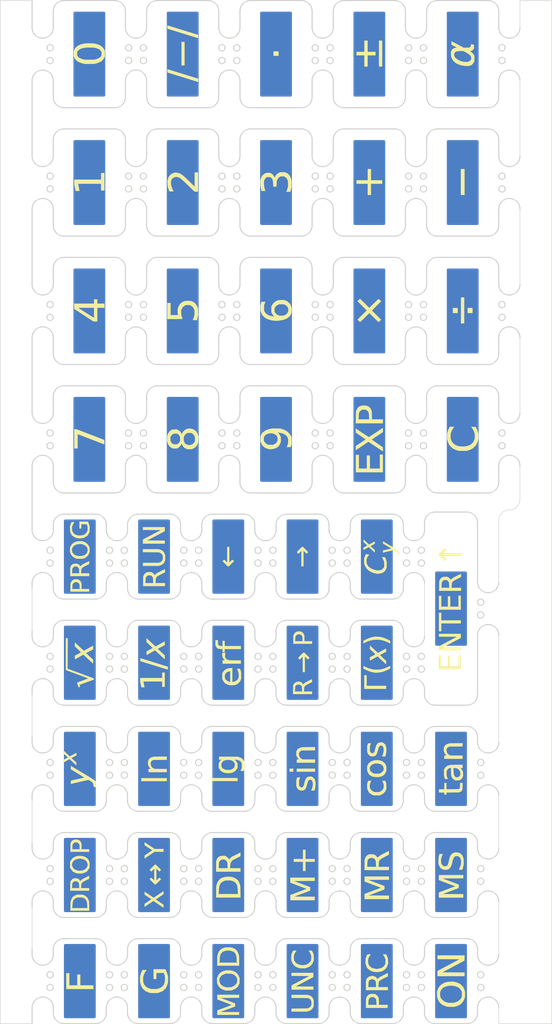
<source format=kicad_pcb>
(kicad_pcb (version 20241229) (generator "pcbnew") (generator_version "9.0")
  (layers (0 "F.Cu" signal) (2 "B.Cu" signal) (13 "F.Paste" user) (15 "B.Paste" user) (5 "F.SilkS" user "F.Silkscreen") (7 "B.SilkS" user "B.Silkscreen") (1 "F.Mask" user) (3 "B.Mask" user) (25 "Edge.Cuts" user))
  (net 0 "")
  (footprint "latex_text" (layer "F.Cu") (at 43.4 69.2)
    (property "Reference" "latex_text" (hide yes))
    (property "Value" "G***" (hide yes))
  )
  (footprint "latex_text" (layer "F.Cu") (at 42.5 102.4)
    (property "Reference" "latex_text" (hide yes))
    (property "Value" "G***" (hide yes))
  )
  (footprint "latex_text" (layer "F.Cu") (at 49.5 102.4)
    (property "Reference" "latex_text" (hide yes))
    (property "Value" "G***" (hide yes))
  )
  (footprint "latex_text" (layer "F.Cu") (at 63.5 122.4)
    (property "Reference" "latex_text" (hide yes))
    (property "Value" "G***" (hide yes))
  )
  (footprint "latex_text" (layer "F.Cu") (at 63.5 112.4)
    (property "Reference" "latex_text" (hide yes))
    (property "Value" "G***" (hide yes))
  )
  (footprint "latex_text" (layer "F.Cu") (at 61 81.3)
    (property "Reference" "latex_text" (hide yes))
    (property "Value" "G***" (hide yes))
  )
  (footprint "latex_text" (layer "F.Cu") (at 42.5 132.4)
    (property "Reference" "latex_text" (hide yes))
    (property "Value" "G***" (hide yes))
  )
  (footprint "latex_text" (layer "F.Cu") (at 63.5 132.4)
    (property "Reference" "latex_text" (hide yes))
    (property "Value" "G***" (hide yes))
  )
  (footprint "latex_text" (layer "F.Cu") (at 77.5 122.4)
    (property "Reference" "latex_text" (hide yes))
    (property "Value" "G***" (hide yes))
  )
  (footprint "latex_text" (layer "F.Cu") (at 56.5 112.4)
    (property "Reference" "latex_text" (hide yes))
    (property "Value" "G***" (hide yes))
  )
  (footprint "latex_text" (layer "F.Cu") (at 61 45)
    (property "Reference" "latex_text" (hide yes))
    (property "Value" "G***" (hide yes))
  )
  (footprint "latex_text" (layer "F.Cu") (at 49.5 112.4)
    (property "Reference" "latex_text" (hide yes))
    (property "Value" "G***" (hide yes))
  )
  (footprint "latex_text" (layer "F.Cu") (at 70.9 92.4)
    (property "Reference" "latex_text" (hide yes))
    (property "Value" "G***" (hide yes))
  )
  (footprint "latex_text" (layer "F.Cu") (at 42.5 92.4)
    (property "Reference" "latex_text" (hide yes))
    (property "Value" "G***" (hide yes))
  )
  (footprint "latex_text" (layer "F.Cu") (at 52.2 57.1)
    (property "Reference" "latex_text" (hide yes))
    (property "Value" "G***" (hide yes))
  )
  (footprint "latex_text" (layer "F.Cu") (at 69.8 81.3)
    (property "Reference" "latex_text" (hide yes))
    (property "Value" "G***" (hide yes))
  )
  (footprint "latex_text" (layer "F.Cu") (at 56.5 132.4)
    (property "Reference" "latex_text" (hide yes))
    (property "Value" "G***" (hide yes))
  )
  (footprint "latex_text" (layer "F.Cu") (at 77.4 97.3)
    (property "Reference" "latex_text" (hide yes))
    (property "Value" "G***" (hide yes))
  )
  (footprint "latex_text" (layer "F.Cu") (at 63.5 102.4)
    (property "Reference" "latex_text" (hide yes))
    (property "Value" "G***" (hide yes))
  )
  (footprint "latex_text" (layer "F.Cu") (at 70.5 102.4)
    (property "Reference" "latex_text" (hide yes))
    (property "Value" "G***" (hide yes))
  )
  (footprint "latex_text" (layer "F.Cu") (at 77.5 112.4)
    (property "Reference" "latex_text" (hide yes))
    (property "Value" "G***" (hide yes))
  )
  (footprint "latex_text" (layer "F.Cu") (at 69.8 57.1)
    (property "Reference" "latex_text" (hide yes))
    (property "Value" "G***" (hide yes))
  )
  (footprint "latex_text" (layer "F.Cu") (at 52.2 69.2)
    (property "Reference" "latex_text" (hide yes))
    (property "Value" "G***" (hide yes))
  )
  (footprint "latex_text" (layer "F.Cu") (at 69.8 45)
    (property "Reference" "latex_text" (hide yes))
    (property "Value" "G***" (hide yes))
  )
  (footprint "latex_text" (layer "F.Cu") (at 52.2 81.3)
    (property "Reference" "latex_text" (hide yes))
    (property "Value" "G***" (hide yes))
  )
  (footprint "latex_text" (layer "F.Cu") (at 56.5 92.4)
    (property "Reference" "latex_text" (hide yes))
    (property "Value" "G***" (hide yes))
  )
  (footprint "latex_text" (layer "F.Cu") (at 69.8 69.2)
    (property "Reference" "latex_text" (hide yes))
    (property "Value" "G***" (hide yes))
  )
  (footprint "latex_text" (layer "F.Cu") (at 77.5 132.4)
    (property "Reference" "latex_text" (hide yes))
    (property "Value" "G***" (hide yes))
  )
  (footprint "latex_text" (layer "F.Cu") (at 43.4 81.3)
    (property "Reference" "latex_text" (hide yes))
    (property "Value" "G***" (hide yes))
  )
  (footprint "latex_text" (layer "F.Cu") (at 70.5 122.4)
    (property "Reference" "latex_text" (hide yes))
    (property "Value" "G***" (hide yes))
  )
  (footprint "latex_text" (layer "F.Cu") (at 49.5 92.4)
    (property "Reference" "latex_text" (hide yes))
    (property "Value" "G***" (hide yes))
  )
  (footprint "latex_text" (layer "F.Cu") (at 70.5 132.4)
    (property "Reference" "latex_text" (hide yes))
    (property "Value" "G***" (hide yes))
  )
  (footprint "latex_text" (layer "F.Cu") (at 78.6 57.1)
    (property "Reference" "latex_text" (hide yes))
    (property "Value" "G***" (hide yes))
  )
  (footprint "latex_text" (layer "F.Cu") (at 61 69.2)
    (property "Reference" "latex_text" (hide yes))
    (property "Value" "G***" (hide yes))
  )
  (footprint "latex_text" (layer "F.Cu") (at 49.5 122.4)
    (property "Reference" "latex_text" (hide yes))
    (property "Value" "G***" (hide yes))
  )
  (footprint "latex_text" (layer "F.Cu") (at 52.2 45)
    (property "Reference" "latex_text" (hide yes))
    (property "Value" "G***" (hide yes))
  )
  (footprint "latex_text" (layer "F.Cu") (at 78.6 69.2)
    (property "Reference" "latex_text" (hide yes))
    (property "Value" "G***" (hide yes))
  )
  (footprint "latex_text" (layer "F.Cu") (at 42.5 122.4)
    (property "Reference" "latex_text" (hide yes))
    (property "Value" "G***" (hide yes))
  )
  (footprint "latex_text" (layer "F.Cu") (at 61 57.1)
    (property "Reference" "latex_text" (hide yes))
    (property "Value" "G***" (hide yes))
  )
  (footprint "latex_text" (layer "F.Cu") (at 42.5 112.4)
    (property "Reference" "latex_text" (hide yes))
    (property "Value" "G***" (hide yes))
  )
  (footprint "latex_text" (layer "F.Cu") (at 49.5 132.4)
    (property "Reference" "latex_text" (hide yes))
    (property "Value" "G***" (hide yes))
  )
  (footprint "latex_text" (layer "F.Cu") (at 70.5 112.4)
    (property "Reference" "latex_text" (hide yes))
    (property "Value" "G***" (hide yes))
  )
  (footprint "latex_text" (layer "F.Cu") (at 78.6 45)
    (property "Reference" "latex_text" (hide yes))
    (property "Value" "G***" (hide yes))
  )
  (footprint "latex_text" (layer "F.Cu") (at 43.4 57.1)
    (property "Reference" "latex_text" (hide yes))
    (property "Value" "G***" (hide yes))
  )
  (footprint "latex_text" (layer "F.Cu") (at 56.5 102.4)
    (property "Reference" "latex_text" (hide yes))
    (property "Value" "G***" (hide yes))
  )
  (footprint "latex_text" (layer "F.Cu") (at 56.5 122.4)
    (property "Reference" "latex_text" (hide yes))
    (property "Value" "G***" (hide yes))
  )
  (footprint "latex_text" (layer "F.Cu") (at 78.6 81.3)
    (property "Reference" "latex_text" (hide yes))
    (property "Value" "G***" (hide yes))
  )
  (footprint "latex_text" (layer "F.Cu") (at 43.4 45)
    (property "Reference" "latex_text" (hide yes))
    (property "Value" "G***" (hide yes))
  )
  (footprint "latex_text" (layer "F.Cu") (at 63.5 92.4)
    (property "Reference" "latex_text" (hide yes))
    (property "Value" "G***" (hide yes))
  )
  (gr_circle (center 73.5 80.75) (end 73.5 81.05) (stroke (width 0.1)) (fill no) (layer "Edge.Cuts"))
  (gr_circle (center 73.3 133) (end 73.3 133.299999) (stroke (width 0.1)) (fill no) (layer "Edge.Cuts"))
  (gr_line (start 41 76.3) (end 45.8 76.3) (stroke (width 0.1)) (layer "Edge.Cuts"))
  (gr_arc (start 82 85.4) (mid 81.707107 86.107107) (end 81 86.4) (stroke (width 0.1)) (layer "Edge.Cuts"))
  (gr_arc (start 74.2 79.85) (mid 73.492893 79.557107) (end 73.2 78.85) (stroke (width 0.1)) (layer "Edge.Cuts"))
  (gr_line (start 48.799999 61.2) (end 48.799999 59.65) (stroke (width 0.1)) (layer "Edge.Cuts"))
  (gr_line (start 84 42.55) (end 84 40) (stroke (width 0.05)) (layer "Edge.Cuts"))
  (gr_arc (start 61 89.4) (mid 61.292893 88.692893) (end 62 88.4) (stroke (width 0.1)) (layer "Edge.Cuts"))
  (gr_circle (center 39.7 81.949999) (end 39.7 82.249999) (stroke (width 0.1)) (fill no) (layer "Edge.Cuts"))
  (gr_circle (center 39.7 56.55) (end 39.7 56.849999) (stroke (width 0.1)) (fill no) (layer "Edge.Cuts"))
  (gr_circle (center 82.3 45.65) (end 82.3 45.949999) (stroke (width 0.1)) (fill no) (layer "Edge.Cuts"))
  (gr_circle (center 48.5 56.55) (end 48.5 56.849999) (stroke (width 0.1)) (fill no) (layer "Edge.Cuts"))
  (gr_line (start 55 118.4) (end 58 118.4) (stroke (width 0.1)) (layer "Edge.Cuts"))
  (gr_arc (start 59 135.4) (mid 58.707107 136.107107) (end 58 136.4) (stroke (width 0.1)) (layer "Edge.Cuts"))
  (gr_circle (center 46.7 93) (end 46.7 93.3) (stroke (width 0.1)) (fill no) (layer "Edge.Cuts"))
  (gr_arc (start 72 128.4) (mid 72.707107 128.692893) (end 73 129.4) (stroke (width 0.1)) (layer "Edge.Cuts"))
  (gr_arc (start 83 79.85) (mid 82.292893 79.557107) (end 82 78.85) (stroke (width 0.1)) (layer "Edge.Cuts"))
  (gr_circle (center 53.7 112.999999) (end 53.7 113.299999) (stroke (width 0.1)) (fill no) (layer "Edge.Cuts"))
  (gr_line (start 80 125.4) (end 80 124.9) (stroke (width 0.1)) (layer "Edge.Cuts"))
  (gr_circle (center 73.3 101.8) (end 73.3 102.099999) (stroke (width 0.1)) (fill no) (layer "Edge.Cuts"))
  (gr_arc (start 45 105.4) (mid 44.707107 106.107107) (end 44 106.4) (stroke (width 0.1)) (layer "Edge.Cuts"))
  (gr_line (start 66.4 49.1) (end 66.4 47.55) (stroke (width 0.1)) (layer "Edge.Cuts"))
  (gr_arc (start 38 47.55) (mid 38.292893 46.842893) (end 39 46.55) (stroke (width 0.1)) (layer "Edge.Cuts"))
  (gr_line (start 59 95.4) (end 59 94.9) (stroke (width 0.1)) (layer "Edge.Cuts"))
  (gr_circle (center 74.9 44.449999) (end 74.9 44.749999) (stroke (width 0.1)) (fill no) (layer "Edge.Cuts"))
  (gr_circle (center 80.3 97.9) (end 80.3 98.2) (stroke (width 0.1)) (fill no) (layer "Edge.Cuts"))
  (gr_line (start 75 129.4) (end 75 129.9) (stroke (width 0.1)) (layer "Edge.Cuts"))
  (gr_arc (start 46 120.9) (mid 45.292893 120.607107) (end 45 119.9) (stroke (width 0.1)) (layer "Edge.Cuts"))
  (gr_line (start 66.4 61.2) (end 66.4 59.65) (stroke (width 0.1)) (layer "Edge.Cuts"))
  (gr_arc (start 75.2 66.75) (mid 74.907107 67.457107) (end 74.2 67.75) (stroke (width 0.1)) (layer "Edge.Cuts"))
  (gr_arc (start 65.4 58.65) (mid 66.107107 58.942893) (end 66.4 59.65) (stroke (width 0.1)) (layer "Edge.Cuts"))
  (gr_arc (start 54 109.9) (mid 53.707107 110.607107) (end 53 110.9) (stroke (width 0.1)) (layer "Edge.Cuts"))
  (gr_arc (start 74 103.9) (mid 74.707107 104.192893) (end 75 104.9) (stroke (width 0.1)) (layer "Edge.Cuts"))
  (gr_arc (start 73.2 59.65) (mid 73.492893 58.942893) (end 74.2 58.65) (stroke (width 0.1)) (layer "Edge.Cuts"))
  (gr_arc (start 80 134.9) (mid 80.292893 134.192893) (end 81 133.9) (stroke (width 0.1)) (layer "Edge.Cuts"))
  (gr_arc (start 40 109.4) (mid 40.292893 108.692893) (end 41 108.4) (stroke (width 0.1)) (layer "Edge.Cuts"))
  (gr_line (start 72 126.4) (end 69 126.4) (stroke (width 0.1)) (layer "Edge.Cuts"))
  (gr_arc (start 80 105.4) (mid 79.707107 106.107107) (end 79 106.4) (stroke (width 0.1)) (layer "Edge.Cuts"))
  (gr_arc (start 46.8 47.55) (mid 47.092893 46.842893) (end 47.8 46.55) (stroke (width 0.1)) (layer "Edge.Cuts"))
  (gr_line (start 66.4 53.1) (end 66.4 54.65) (stroke (width 0.1)) (layer "Edge.Cuts"))
  (gr_circle (center 66.3 101.8) (end 66.3 102.099999) (stroke (width 0.1)) (fill no) (layer "Edge.Cuts"))
  (gr_line (start 66.4 77.3) (end 66.4 78.85) (stroke (width 0.1)) (layer "Edge.Cuts"))
  (gr_circle (center 66.3 123) (end 66.3 123.299999) (stroke (width 0.1)) (fill no) (layer "Edge.Cuts"))
  (gr_circle (center 59.3 101.8) (end 59.3 102.099999) (stroke (width 0.1)) (fill no) (layer "Edge.Cuts"))
  (gr_line (start 55 98.4) (end 58 98.4) (stroke (width 0.1)) (layer "Edge.Cuts"))
  (gr_line (start 47 105.4) (end 47 104.9) (stroke (width 0.1)) (layer "Edge.Cuts"))
  (gr_arc (start 73 125.4) (mid 72.707107 126.107107) (end 72 126.4) (stroke (width 0.1)) (layer "Edge.Cuts"))
  (gr_line (start 51 136.4) (end 48 136.4) (stroke (width 0.1)) (layer "Edge.Cuts"))
  (gr_circle (center 60.7 93) (end 60.7 93.3) (stroke (width 0.1)) (fill no) (layer "Edge.Cuts"))
  (gr_line (start 51 116.4) (end 48 116.4) (stroke (width 0.1)) (layer "Edge.Cuts"))
  (gr_line (start 82 85.4) (end 82 83.85) (stroke (width 0.1)) (layer "Edge.Cuts"))
  (gr_arc (start 67.4 50.1) (mid 66.692893 49.807107) (end 66.4 49.1) (stroke (width 0.1)) (layer "Edge.Cuts"))
  (gr_circle (center 82.3 56.55) (end 82.3 56.849999) (stroke (width 0.1)) (fill no) (layer "Edge.Cuts"))
  (gr_circle (center 73.3 123) (end 73.3 123.299999) (stroke (width 0.1)) (fill no) (layer "Edge.Cuts"))
  (gr_line (start 45 99.4) (end 45 99.9) (stroke (width 0.1)) (layer "Edge.Cuts"))
  (gr_arc (start 45 94.9) (mid 45.292893 94.192893) (end 46 93.9) (stroke (width 0.1)) (layer "Edge.Cuts"))
  (gr_line (start 87 40) (end 87 136.4) (stroke (width 0.05)) (layer "Edge.Cuts"))
  (gr_line (start 51 96.4) (end 48 96.4) (stroke (width 0.1)) (layer "Edge.Cuts"))
  (gr_circle (center 47.099999 81.949999) (end 47.099999 82.249999) (stroke (width 0.1)) (fill no) (layer "Edge.Cuts"))
  (gr_arc (start 65.4 67.75) (mid 64.692893 67.457107) (end 64.4 66.75) (stroke (width 0.1)) (layer "Edge.Cuts"))
  (gr_arc (start 72 88.4) (mid 72.707107 88.692893) (end 73 89.4) (stroke (width 0.1)) (layer "Edge.Cuts"))
  (gr_line (start 64.4 65.2) (end 64.4 66.75) (stroke (width 0.1)) (layer "Edge.Cuts"))
  (gr_line (start 59 105.4) (end 59 104.9) (stroke (width 0.1)) (layer "Edge.Cuts"))
  (gr_circle (center 52.3 91.8) (end 52.3 92.099999) (stroke (width 0.1)) (fill no) (layer "Edge.Cuts"))
  (gr_arc (start 41 50.1) (mid 40.292893 49.807107) (end 40 49.1) (stroke (width 0.1)) (layer "Edge.Cuts"))
  (gr_arc (start 66.4 77.3) (mid 66.692893 76.592893) (end 67.4 76.3) (stroke (width 0.1)) (layer "Edge.Cuts"))
  (gr_arc (start 64.4 71.75) (mid 64.692893 71.042893) (end 65.4 70.75) (stroke (width 0.1)) (layer "Edge.Cuts"))
  (gr_circle (center 48.5 69.85) (end 48.5 70.149999) (stroke (width 0.1)) (fill no) (layer "Edge.Cuts"))
  (gr_line (start 82 134.9) (end 82 136.4) (stroke (width 0.05)) (layer "Edge.Cuts"))
  (gr_arc (start 82 89) (mid 82.292893 88.292893) (end 83 88) (stroke (width 0.05)) (layer "Edge.Cuts"))
  (gr_circle (center 59.3 131.8) (end 59.3 132.1) (stroke (width 0.1)) (fill no) (layer "Edge.Cuts"))
  (gr_arc (start 84 87) (mid 83.707107 87.707107) (end 83 88) (stroke (width 0.05)) (layer "Edge.Cuts"))
  (gr_circle (center 60.7 131.8) (end 60.7 132.1) (stroke (width 0.1)) (fill no) (layer "Edge.Cuts"))
  (gr_line (start 59 99.4) (end 59 99.9) (stroke (width 0.1)) (layer "Edge.Cuts"))
  (gr_circle (center 47.099999 68.65) (end 47.099999 68.95) (stroke (width 0.1)) (fill no) (layer "Edge.Cuts"))
  (gr_arc (start 38 71.75) (mid 38.292893 71.042893) (end 39 70.75) (stroke (width 0.1)) (layer "Edge.Cuts"))
  (gr_line (start 59 129.4) (end 59 129.9) (stroke (width 0.1)) (layer "Edge.Cuts"))
  (gr_line (start 73 109.4) (end 73 109.9) (stroke (width 0.1)) (layer "Edge.Cuts"))
  (gr_arc (start 75 119.4) (mid 75.292893 118.692893) (end 76 118.4) (stroke (width 0.1)) (layer "Edge.Cuts"))
  (gr_line (start 72.2 74.3) (end 67.4 74.3) (stroke (width 0.1)) (layer "Edge.Cuts"))
  (gr_arc (start 39 70.75) (mid 39.707107 71.042893) (end 40 71.75) (stroke (width 0.1)) (layer "Edge.Cuts"))
  (gr_arc (start 59 114.9) (mid 59.292893 114.192893) (end 60 113.9) (stroke (width 0.1)) (layer "Edge.Cuts"))
  (gr_circle (center 80.3 133) (end 80.3 133.299999) (stroke (width 0.1)) (fill no) (layer "Edge.Cuts"))
  (gr_circle (center 59.3 123) (end 59.3 123.299999) (stroke (width 0.1)) (fill no) (layer "Edge.Cuts"))
  (gr_circle (center 66.1 69.85) (end 66.1 70.149999) (stroke (width 0.1)) (fill no) (layer "Edge.Cuts"))
  (gr_arc (start 54 129.9) (mid 53.707107 130.607107) (end 53 130.9) (stroke (width 0.1)) (layer "Edge.Cuts"))
  (gr_arc (start 74.2 46.55) (mid 74.907107 46.842893) (end 75.2 47.55) (stroke (width 0.1)) (layer "Edge.Cuts"))
  (gr_arc (start 73 105.4) (mid 72.707107 106.107107) (end 72 106.4) (stroke (width 0.1)) (layer "Edge.Cuts"))
  (gr_line (start 46.8 53.1) (end 46.8 54.65) (stroke (width 0.1)) (layer "Edge.Cuts"))
  (gr_arc (start 81 76.3) (mid 81.707107 76.592893) (end 82 77.3) (stroke (width 0.1)) (layer "Edge.Cuts"))
  (gr_arc (start 63.4 52.1) (mid 64.107107 52.392893) (end 64.4 53.1) (stroke (width 0.1)) (layer "Edge.Cuts"))
  (gr_arc (start 59 105.4) (mid 58.707107 106.107107) (end 58 106.4) (stroke (width 0.1)) (layer "Edge.Cuts"))
  (gr_line (start 40 61.2) (end 40 59.65) (stroke (width 0.1)) (layer "Edge.Cuts"))
  (gr_arc (start 81 133.9) (mid 81.707107 134.192893) (end 82 134.9) (stroke (width 0.1)) (layer "Edge.Cuts"))
  (gr_arc (start 80 114.9) (mid 80.292893 114.192893) (end 81 113.9) (stroke (width 0.1)) (layer "Edge.Cuts"))
  (gr_arc (start 38 94.9) (mid 38.292893 94.192893) (end 39 93.9) (stroke (width 0.1)) (layer "Edge.Cuts"))
  (gr_circle (center 80.3 111.8) (end 80.3 112.099999) (stroke (width 0.1)) (fill no) (layer "Edge.Cuts"))
  (gr_arc (start 66.4 53.1) (mid 66.692893 52.392893) (end 67.4 52.1) (stroke (width 0.1)) (layer "Edge.Cuts"))
  (gr_circle (center 52.3 133) (end 52.3 133.299999) (stroke (width 0.1)) (fill no) (layer "Edge.Cuts"))
  (gr_line (start 73 129.4) (end 73 129.9) (stroke (width 0.1)) (layer "Edge.Cuts"))
  (gr_line (start 54.599999 62.2) (end 49.799999 62.2) (stroke (width 0.1)) (layer "Edge.Cuts"))
  (gr_line (start 49.799999 64.2) (end 54.599999 64.2) (stroke (width 0.1)) (layer "Edge.Cuts"))
  (gr_circle (center 55.899999 68.65) (end 55.899999 68.95) (stroke (width 0.1)) (fill no) (layer "Edge.Cuts"))
  (gr_arc (start 74.2 67.75) (mid 73.492893 67.457107) (end 73.2 66.75) (stroke (width 0.1)) (layer "Edge.Cuts"))
  (gr_arc (start 51 108.4) (mid 51.707107 108.692893) (end 52 109.4) (stroke (width 0.1)) (layer "Edge.Cuts"))
  (gr_line (start 75 89.2) (end 75 89.9) (stroke (width 0.1)) (layer "Edge.Cuts"))
  (gr_line (start 55.599999 49.1) (end 55.599999 47.55) (stroke (width 0.1)) (layer "Edge.Cuts"))
  (gr_arc (start 48 106.4) (mid 47.292893 106.107107) (end 47 105.4) (stroke (width 0.1)) (layer "Edge.Cuts"))
  (gr_circle (center 74.7 101.8) (end 74.7 102.099999) (stroke (width 0.1)) (fill no) (layer "Edge.Cuts"))
  (gr_arc (start 65 108.4) (mid 65.707107 108.692893) (end 66 109.4) (stroke (width 0.1)) (layer "Edge.Cuts"))
  (gr_arc (start 79 128.4) (mid 79.707107 128.692893) (end 80 129.4) (stroke (width 0.1)) (layer "Edge.Cuts"))
  (gr_line (start 84 83.85) (end 84 87) (stroke (width 0.05)) (layer "Edge.Cuts"))
  (gr_arc (start 60 93.9) (mid 60.707107 94.192893) (end 61 94.9) (stroke (width 0.1)) (layer "Edge.Cuts"))
  (gr_arc (start 60 103.9) (mid 60.707107 104.192893) (end 61 104.9) (stroke (width 0.1)) (layer "Edge.Cuts"))
  (gr_arc (start 73.2 85.4) (mid 72.907107 86.107107) (end 72.2 86.4) (stroke (width 0.1)) (layer "Edge.Cuts"))
  (gr_line (start 48.799999 77.3) (end 48.799999 78.85) (stroke (width 0.1)) (layer "Edge.Cuts"))
  (gr_line (start 47 99.4) (end 47 99.9) (stroke (width 0.1)) (layer "Edge.Cuts"))
  (gr_arc (start 54.599999 64.2) (mid 55.307106 64.492893) (end 55.599999 65.2) (stroke (width 0.1)) (layer "Edge.Cuts"))
  (gr_circle (center 45.3 101.8) (end 45.3 102.099999) (stroke (width 0.1)) (fill no) (layer "Edge.Cuts"))
  (gr_circle (center 80.3 121.8) (end 80.3 122.1) (stroke (width 0.1)) (fill no) (layer "Edge.Cuts"))
  (gr_circle (center 73.3 121.8) (end 73.3 122.1) (stroke (width 0.1)) (fill no) (layer "Edge.Cuts"))
  (gr_line (start 72 106.4) (end 69 106.4) (stroke (width 0.1)) (layer "Edge.Cuts"))
  (gr_line (start 65 116.4) (end 62 116.4) (stroke (width 0.1)) (layer "Edge.Cuts"))
  (gr_line (start 75 94.9) (end 75 99.9) (stroke (width 0.05)) (layer "Edge.Cuts"))
  (gr_arc (start 53 110.9) (mid 52.292893 110.607107) (end 52 109.9) (stroke (width 0.1)) (layer "Edge.Cuts"))
  (gr_arc (start 61 89.9) (mid 60.707107 90.607107) (end 60 90.9) (stroke (width 0.1)) (layer "Edge.Cuts"))
  (gr_line (start 82 114.9) (end 82 119.9) (stroke (width 0.05)) (layer "Edge.Cuts"))
  (gr_arc (start 48.799999 78.85) (mid 48.507106 79.557107) (end 47.799999 79.85) (stroke (width 0.1)) (layer "Edge.Cuts"))
  (gr_line (start 46.8 85.4) (end 46.8 83.85) (stroke (width 0.1)) (layer "Edge.Cuts"))
  (gr_line (start 81 62.2) (end 76.2 62.2) (stroke (width 0.1)) (layer "Edge.Cuts"))
  (gr_line (start 51 106.4) (end 48 106.4) (stroke (width 0.1)) (layer "Edge.Cuts"))
  (gr_line (start 61 89.4) (end 61 89.9) (stroke (width 0.1)) (layer "Edge.Cuts"))
  (gr_arc (start 47 109.9) (mid 46.707107 110.607107) (end 46 110.9) (stroke (width 0.1)) (layer "Edge.Cuts"))
  (gr_arc (start 68 99.9) (mid 67.707107 100.607107) (end 67 100.9) (stroke (width 0.1)) (layer "Edge.Cuts"))
  (gr_line (start 38 136.4) (end 38 134.9) (stroke (width 0.1)) (layer "Edge.Cuts"))
  (gr_arc (start 79 108.4) (mid 79.707107 108.692893) (end 80 109.4) (stroke (width 0.1)) (layer "Edge.Cuts"))
  (gr_arc (start 82 109.9) (mid 81.707107 110.607107) (end 81 110.9) (stroke (width 0.1)) (layer "Edge.Cuts"))
  (gr_circle (center 64.7 80.75) (end 64.7 81.05) (stroke (width 0.1)) (fill no) (layer "Edge.Cuts"))
  (gr_arc (start 47 99.4) (mid 47.292893 98.692893) (end 48 98.4) (stroke (width 0.1)) (layer "Edge.Cuts"))
  (gr_arc (start 53 103.9) (mid 53.707107 104.192893) (end 54 104.9) (stroke (width 0.1)) (layer "Edge.Cuts"))
  (gr_arc (start 75.2 77.3) (mid 75.492893 76.592893) (end 76.2 76.3) (stroke (width 0.1)) (layer "Edge.Cuts"))
  (gr_arc (start 54 119.4) (mid 54.292893 118.692893) (end 55 118.4) (stroke (width 0.1)) (layer "Edge.Cuts"))
  (gr_arc (start 56.599999 67.75) (mid 55.892892 67.457107) (end 55.599999 66.75) (stroke (width 0.1)) (layer "Edge.Cuts"))
  (gr_line (start 62 128.4) (end 65 128.4) (stroke (width 0.1)) (layer "Edge.Cuts"))
  (gr_arc (start 41 106.4) (mid 40.292893 106.107107) (end 40 105.4) (stroke (width 0.1)) (layer "Edge.Cuts"))
  (gr_line (start 47 135.4) (end 47 134.9) (stroke (width 0.1)) (layer "Edge.Cuts"))
  (gr_arc (start 40 41) (mid 40.292893 40.292893) (end 41 40) (stroke (width 0.1)) (layer "Edge.Cuts"))
  (gr_circle (center 67.7 133) (end 67.7 133.299999) (stroke (width 0.1)) (fill no) (layer "Edge.Cuts"))
  (gr_line (start 47 109.4) (end 47 109.9) (stroke (width 0.1)) (layer "Edge.Cuts"))
  (gr_line (start 40 105.4) (end 40 104.9) (stroke (width 0.1)) (layer "Edge.Cuts"))
  (gr_arc (start 55 96.4) (mid 54.292893 96.107107) (end 54 95.4) (stroke (width 0.1)) (layer "Edge.Cuts"))
  (gr_circle (center 60.7 121.8) (end 60.7 122.1) (stroke (width 0.1)) (fill no) (layer "Edge.Cuts"))
  (gr_arc (start 47 109.4) (mid 47.292893 108.692893) (end 48 108.4) (stroke (width 0.1)) (layer "Edge.Cuts"))
  (gr_arc (start 83 70.75) (mid 83.707107 71.042893) (end 84 71.75) (stroke (width 0.1)) (layer "Edge.Cuts"))
  (gr_line (start 65 96.4) (end 62 96.4) (stroke (width 0.1)) (layer "Edge.Cuts"))
  (gr_arc (start 55.599999 73.3) (mid 55.307106 74.007107) (end 54.599999 74.3) (stroke (width 0.1)) (layer "Edge.Cuts"))
  (gr_circle (center 74.9 56.55) (end 74.9 56.849999) (stroke (width 0.1)) (fill no) (layer "Edge.Cuts"))
  (gr_circle (center 47.099999 69.85) (end 47.099999 70.149999) (stroke (width 0.1)) (fill no) (layer "Edge.Cuts"))
  (gr_arc (start 61 119.4) (mid 61.292893 118.692893) (end 62 118.4) (stroke (width 0.1)) (layer "Edge.Cuts"))
  (gr_circle (center 64.7 56.55) (end 64.7 56.849999) (stroke (width 0.1)) (fill no) (layer "Edge.Cuts"))
  (gr_line (start 72 96.4) (end 69 96.4) (stroke (width 0.1)) (layer "Edge.Cuts"))
  (gr_arc (start 84 42.55) (mid 83.707107 43.257107) (end 83 43.55) (stroke (width 0.1)) (layer "Edge.Cuts"))
  (gr_line (start 52 89.4) (end 52 89.9) (stroke (width 0.1)) (layer "Edge.Cuts"))
  (gr_arc (start 59 104.9) (mid 59.292893 104.192893) (end 60 103.9) (stroke (width 0.1)) (layer "Edge.Cuts"))
  (gr_line (start 75 125.4) (end 75 124.9) (stroke (width 0.1)) (layer "Edge.Cuts"))
  (gr_circle (center 73.3 91.8) (end 73.3 92.099999) (stroke (width 0.1)) (fill no) (layer "Edge.Cuts"))
  (gr_arc (start 76 116.4) (mid 75.292893 116.107107) (end 75 115.4) (stroke (width 0.1)) (layer "Edge.Cuts"))
  (gr_arc (start 82 83.85) (mid 82.292893 83.142893) (end 83 82.85) (stroke (width 0.1)) (layer "Edge.Cuts"))
  (gr_line (start 48 128.4) (end 51 128.4) (stroke (width 0.1)) (layer "Edge.Cuts"))
  (gr_line (start 68 119.4) (end 68 119.9) (stroke (width 0.1)) (layer "Edge.Cuts"))
  (gr_line (start 73 135.4) (end 73 134.9) (stroke (width 0.1)) (layer "Edge.Cuts"))
  (gr_line (start 81 86.4) (end 76.2 86.4) (stroke (width 0.1)) (layer "Edge.Cuts"))
  (gr_arc (start 60 110.9) (mid 59.292893 110.607107) (end 59 109.9) (stroke (width 0.1)) (layer "Edge.Cuts"))
  (gr_line (start 55.599999 41) (end 55.599999 42.55) (stroke (width 0.1)) (layer "Edge.Cuts"))
  (gr_arc (start 67 110.9) (mid 66.292893 110.607107) (end 66 109.9) (stroke (width 0.1)) (layer "Edge.Cuts"))
  (gr_line (start 73.2 77.3) (end 73.2 78.85) (stroke (width 0.1)) (layer "Edge.Cuts"))
  (gr_circle (center 46.7 101.8) (end 46.7 102.099999) (stroke (width 0.1)) (fill no) (layer "Edge.Cuts"))
  (gr_arc (start 55.599999 85.4) (mid 55.307106 86.107107) (end 54.599999 86.4) (stroke (width 0.1)) (layer "Edge.Cuts"))
  (gr_line (start 47 89.4) (end 47 89.9) (stroke (width 0.1)) (layer "Edge.Cuts"))
  (gr_arc (start 66 135.4) (mid 65.707107 136.107107) (end 65 136.4) (stroke (width 0.1)) (layer "Edge.Cuts"))
  (gr_arc (start 76 136.4) (mid 75.292893 136.107107) (end 75 135.4) (stroke (width 0.1)) (layer "Edge.Cuts"))
  (gr_circle (center 59.3 93) (end 59.3 93.3) (stroke (width 0.1)) (fill no) (layer "Edge.Cuts"))
  (gr_circle (center 55.899999 56.55) (end 55.899999 56.849999) (stroke (width 0.1)) (fill no) (layer "Edge.Cuts"))
  (gr_arc (start 67 120.9) (mid 66.292893 120.607107) (end 66 119.9) (stroke (width 0.1)) (layer "Edge.Cuts"))
  (gr_line (start 54 119.4) (end 54 119.9) (stroke (width 0.1)) (layer "Edge.Cuts"))
  (gr_line (start 48.799999 49.1) (end 48.799999 47.55) (stroke (width 0.1)) (layer "Edge.Cuts"))
  (gr_arc (start 45.8 52.1) (mid 46.507107 52.392893) (end 46.8 53.1) (stroke (width 0.1)) (layer "Edge.Cuts"))
  (gr_circle (center 48.5 80.75) (end 48.5 81.05) (stroke (width 0.1)) (fill no) (layer "Edge.Cuts"))
  (gr_line (start 55.599999 73.3) (end 55.599999 71.75) (stroke (width 0.1)) (layer "Edge.Cuts"))
  (gr_arc (start 39 82.85) (mid 39.707107 83.142893) (end 40 83.85) (stroke (width 0.1)) (layer "Edge.Cuts"))
  (gr_circle (center 52.3 101.8) (end 52.3 102.099999) (stroke (width 0.1)) (fill no) (layer "Edge.Cuts"))
  (gr_line (start 41 118.4) (end 44 118.4) (stroke (width 0.1)) (layer "Edge.Cuts"))
  (gr_circle (center 45.3 111.8) (end 45.3 112.099999) (stroke (width 0.1)) (fill no) (layer "Edge.Cuts"))
  (gr_arc (start 58 88.4) (mid 58.707107 88.692893) (end 59 89.4) (stroke (width 0.1)) (layer "Edge.Cuts"))
  (gr_arc (start 74 110.9) (mid 73.292893 110.607107) (end 73 109.9) (stroke (width 0.1)) (layer "Edge.Cuts"))
  (gr_arc (start 39 133.9) (mid 39.707107 134.192893) (end 40 134.9) (stroke (width 0.1)) (layer "Edge.Cuts"))
  (gr_line (start 75.2 85.4) (end 75.2 83.85) (stroke (width 0.1)) (layer "Edge.Cuts"))
  (gr_line (start 67.4 52.1) (end 72.2 52.1) (stroke (width 0.1)) (layer "Edge.Cuts"))
  (gr_arc (start 45 114.9) (mid 45.292893 114.192893) (end 46 113.9) (stroke (width 0.1)) (layer "Edge.Cuts"))
  (gr_arc (start 57.6 41) (mid 57.892893 40.292893) (end 58.6 40) (stroke (width 0.1)) (layer "Edge.Cuts"))
  (gr_circle (center 80.3 131.8) (end 80.3 132.1) (stroke (width 0.1)) (fill no) (layer "Edge.Cuts"))
  (gr_arc (start 45 125.4) (mid 44.707107 126.107107) (end 44 126.4) (stroke (width 0.1)) (layer "Edge.Cuts"))
  (gr_arc (start 67.4 74.3) (mid 66.692893 74.007107) (end 66.4 73.3) (stroke (width 0.1)) (layer "Edge.Cuts"))
  (gr_line (start 65 126.4) (end 62 126.4) (stroke (width 0.1)) (layer "Edge.Cuts"))
  (gr_arc (start 68 119.9) (mid 67.707107 120.607107) (end 67 120.9) (stroke (width 0.1)) (layer "Edge.Cuts"))
  (gr_arc (start 46 113.9) (mid 46.707107 114.192893) (end 47 114.9) (stroke (width 0.1)) (layer "Edge.Cuts"))
  (gr_line (start 63.4 62.2) (end 58.6 62.2) (stroke (width 0.1)) (layer "Edge.Cuts"))
  (gr_circle (center 45.3 112.999999) (end 45.3 113.299999) (stroke (width 0.1)) (fill no) (layer "Edge.Cuts"))
  (gr_line (start 41 128.4) (end 44 128.4) (stroke (width 0.1)) (layer "Edge.Cuts"))
  (gr_arc (start 51 128.4) (mid 51.707107 128.692893) (end 52 129.4) (stroke (width 0.1)) (layer "Edge.Cuts"))
  (gr_arc (start 57.6 77.3) (mid 57.892893 76.592893) (end 58.6 76.3) (stroke (width 0.1)) (layer "Edge.Cuts"))
  (gr_line (start 61 135.4) (end 61 134.9) (stroke (width 0.1)) (layer "Edge.Cuts"))
  (gr_arc (start 75.2 53.1) (mid 75.492893 52.392893) (end 76.2 52.1) (stroke (width 0.1)) (layer "Edge.Cuts"))
  (gr_line (start 58.6 64.2) (end 63.4 64.2) (stroke (width 0.1)) (layer "Edge.Cuts"))
  (gr_arc (start 40 78.85) (mid 39.707107 79.557107) (end 39 79.85) (stroke (width 0.1)) (layer "Edge.Cuts"))
  (gr_line (start 75 109.4) (end 75 109.9) (stroke (width 0.1)) (layer "Edge.Cuts"))
  (gr_line (start 38 77.3) (end 38 71.75) (stroke (width 0.1)) (layer "Edge.Cuts"))
  (gr_circle (center 57.3 68.65) (end 57.3 68.95) (stroke (width 0.1)) (fill no) (layer "Edge.Cuts"))
  (gr_arc (start 40 89.9) (mid 39.707107 90.607107) (end 39 90.9) (stroke (width 0.1)) (layer "Edge.Cuts"))
  (gr_line (start 73.2 53.1) (end 73.2 54.65) (stroke (width 0.1)) (layer "Edge.Cuts"))
  (gr_line (start 45 115.4) (end 45 114.9) (stroke (width 0.1)) (layer "Edge.Cuts"))
  (gr_line (start 68 115.4) (end 68 114.9) (stroke (width 0.1)) (layer "Edge.Cuts"))
  (gr_arc (start 47.799999 58.65) (mid 48.507106 58.942893) (end 48.799999 59.65) (stroke (width 0.1)) (layer "Edge.Cuts"))
  (gr_line (start 58 126.4) (end 55 126.4) (stroke (width 0.1)) (layer "Edge.Cuts"))
  (gr_line (start 75.2 49.1) (end 75.2 47.55) (stroke (width 0.1)) (layer "Edge.Cuts"))
  (gr_arc (start 48 126.4) (mid 47.292893 126.107107) (end 47 125.4) (stroke (width 0.1)) (layer "Edge.Cuts"))
  (gr_line (start 58 116.4) (end 55 116.4) (stroke (width 0.1)) (layer "Edge.Cuts"))
  (gr_line (start 64.4 77.3) (end 64.4 78.85) (stroke (width 0.1)) (layer "Edge.Cuts"))
  (gr_arc (start 47 129.4) (mid 47.292893 128.692893) (end 48 128.4) (stroke (width 0.1)) (layer "Edge.Cuts"))
  (gr_circle (center 45.3 91.8) (end 45.3 92.099999) (stroke (width 0.1)) (fill no) (layer "Edge.Cuts"))
  (gr_line (start 38 119.4) (end 38 119.9) (stroke (width 0.1)) (layer "Edge.Cuts"))
  (gr_line (start 68 95.4) (end 68 94.9) (stroke (width 0.1)) (layer "Edge.Cuts"))
  (gr_line (start 48.799999 65.2) (end 48.799999 66.75) (stroke (width 0.1)) (layer "Edge.Cuts"))
  (gr_line (start 84 78.85) (end 84 71.75) (stroke (width 0.05)) (layer "Edge.Cuts"))
  (gr_arc (start 39 79.85) (mid 38.292893 79.557107) (end 38 78.85) (stroke (width 0.1)) (layer "Edge.Cuts"))
  (gr_arc (start 58.6 62.2) (mid 57.892893 61.907107) (end 57.6 61.2) (stroke (width 0.1)) (layer "Edge.Cuts"))
  (gr_arc (start 45 95.4) (mid 44.707107 96.107107) (end 44 96.4) (stroke (width 0.1)) (layer "Edge.Cuts"))
  (gr_circle (center 66.3 111.8) (end 66.3 112.099999) (stroke (width 0.1)) (fill no) (layer "Edge.Cuts"))
  (gr_circle (center 46.7 112.999999) (end 46.7 113.299999) (stroke (width 0.1)) (fill no) (layer "Edge.Cuts"))
  (gr_circle (center 39.7 131.8) (end 39.7 132.1) (stroke (width 0.1)) (fill no) (layer "Edge.Cuts"))
  (gr_arc (start 48.799999 41) (mid 49.092892 40.292893) (end 49.799999 40) (stroke (width 0.1)) (layer "Edge.Cuts"))
  (gr_arc (start 46.8 61.2) (mid 46.507107 61.907107) (end 45.8 62.2) (stroke (width 0.1)) (layer "Edge.Cuts"))
  (gr_arc (start 72.2 40) (mid 72.907107 40.292893) (end 73.2 41) (stroke (width 0.1)) (layer "Edge.Cuts"))
  (gr_line (start 54 109.4) (end 54 109.9) (stroke (width 0.1)) (layer "Edge.Cuts"))
  (gr_arc (start 40 53.1) (mid 40.292893 52.392893) (end 41 52.1) (stroke (width 0.1)) (layer "Edge.Cuts"))
  (gr_arc (start 48.799999 53.1) (mid 49.092892 52.392893) (end 49.799999 52.1) (stroke (width 0.1)) (layer "Edge.Cuts"))
  (gr_arc (start 74 100.9) (mid 73.292893 100.607107) (end 73 99.9) (stroke (width 0.1)) (layer "Edge.Cuts"))
  (gr_line (start 75.2 77.3) (end 75.2 78.85) (stroke (width 0.1)) (layer "Edge.Cuts"))
  (gr_line (start 82 65.2) (end 82 66.75) (stroke (width 0.1)) (layer "Edge.Cuts"))
  (gr_line (start 73.2 61.2) (end 73.2 59.65) (stroke (width 0.1)) (layer "Edge.Cuts"))
  (gr_line (start 48 88.4) (end 51 88.4) (stroke (width 0.1)) (layer "Edge.Cuts"))
  (gr_line (start 45.8 62.2) (end 41 62.2) (stroke (width 0.1)) (layer "Edge.Cuts"))
  (gr_arc (start 40 129.9) (mid 39.707107 130.607107) (end 39 130.9) (stroke (width 0.1)) (layer "Edge.Cuts"))
  (gr_arc (start 74 130.9) (mid 73.292893 130.607107) (end 73 129.9) (stroke (width 0.1)) (layer "Edge.Cuts"))
  (gr_line (start 66 89.4) (end 66 89.9) (stroke (width 0.1)) (layer "Edge.Cuts"))
  (gr_line (start 46.8 49.1) (end 46.8 47.55) (stroke (width 0.1)) (layer "Edge.Cuts"))
  (gr_circle (center 73.3 93) (end 73.3 93.3) (stroke (width 0.1)) (fill no) (layer "Edge.Cuts"))
  (gr_circle (center 82.3 57.75) (end 82.3 58.05) (stroke (width 0.1)) (fill no) (layer "Edge.Cuts"))
  (gr_arc (start 72.2 76.3) (mid 72.907107 76.592893) (end 73.2 77.3) (stroke (width 0.1)) (layer "Edge.Cuts"))
  (gr_line (start 45 135.4) (end 45 134.9) (stroke (width 0.1)) (layer "Edge.Cuts"))
  (gr_arc (start 54.599999 76.3) (mid 55.307106 76.592893) (end 55.599999 77.3) (stroke (width 0.1)) (layer "Edge.Cuts"))
  (gr_circle (center 39.7 91.8) (end 39.7 92.099999) (stroke (width 0.1)) (fill no) (layer "Edge.Cuts"))
  (gr_arc (start 45 104.9) (mid 45.292893 104.192893) (end 46 103.9) (stroke (width 0.1)) (layer "Edge.Cuts"))
  (gr_arc (start 81 110.9) (mid 80.292893 110.607107) (end 80 109.9) (stroke (width 0.1)) (layer "Edge.Cuts"))
  (gr_circle (center 82.3 68.65) (end 82.3 68.95) (stroke (width 0.1)) (fill no) (layer "Edge.Cuts"))
  (gr_line (start 64.4 73.3) (end 64.4 71.75) (stroke (width 0.1)) (layer "Edge.Cuts"))
  (gr_line (start 44 116.4) (end 41 116.4) (stroke (width 0.1)) (layer "Edge.Cuts"))
  (gr_arc (start 54 99.4) (mid 54.292893 98.692893) (end 55 98.4) (stroke (width 0.1)) (layer "Edge.Cuts"))
  (gr_circle (center 53.7 123) (end 53.7 123.299999) (stroke (width 0.1)) (fill no) (layer "Edge.Cuts"))
  (gr_circle (center 66.3 91.8) (end 66.3 92.099999) (stroke (width 0.1)) (fill no) (layer "Edge.Cuts"))
  (gr_arc (start 40 89.4) (mid 40.292893 88.692893) (end 41 88.4) (stroke (width 0.1)) (layer "Edge.Cuts"))
  (gr_line (start 52 119.4) (end 52 119.9) (stroke (width 0.1)) (layer "Edge.Cuts"))
  (gr_line (start 55 108.4) (end 58 108.4) (stroke (width 0.1)) (layer "Edge.Cuts"))
  (gr_arc (start 67.4 86.4) (mid 66.692893 86.107107) (end 66.4 85.4) (stroke (width 0.1)) (layer "Edge.Cuts"))
  (gr_line (start 66.4 85.4) (end 66.4 83.85) (stroke (width 0.1)) (layer "Edge.Cuts"))
  (gr_arc (start 46 103.9) (mid 46.707107 104.192893) (end 47 104.9) (stroke (width 0.1)) (layer "Edge.Cuts"))
  (gr_arc (start 52 124.9) (mid 52.292893 124.192893) (end 53 123.9) (stroke (width 0.1)) (layer "Edge.Cuts"))
  (gr_arc (start 44 108.4) (mid 44.707107 108.692893) (end 45 109.4) (stroke (width 0.1)) (layer "Edge.Cuts"))
  (gr_arc (start 46 123.9) (mid 46.707107 124.192893) (end 47 124.9) (stroke (width 0.1)) (layer "Edge.Cuts"))
  (gr_arc (start 64.4 83.85) (mid 64.692893 83.142893) (end 65.4 82.85) (stroke (width 0.1)) (layer "Edge.Cuts"))
  (gr_arc (start 48.799999 42.55) (mid 48.507106 43.257107) (end 47.799999 43.55) (stroke (width 0.1)) (layer "Edge.Cuts"))
  (gr_line (start 41 108.4) (end 44 108.4) (stroke (width 0.1)) (layer "Edge.Cuts"))
  (gr_arc (start 76.2 74.3) (mid 75.492893 74.007107) (end 75.2 73.3) (stroke (width 0.1)) (layer "Edge.Cuts"))
  (gr_arc (start 60 120.9) (mid 59.292893 120.607107) (end 59 119.9) (stroke (width 0.1)) (layer "Edge.Cuts"))
  (gr_line (start 38 89.9) (end 38 83.85) (stroke (width 0.1)) (layer "Edge.Cuts"))
  (gr_line (start 72.2 86.4) (end 67.4 86.4) (stroke (width 0.1)) (layer "Edge.Cuts"))
  (gr_line (start 82 89) (end 82 94.8) (stroke (width 0.05)) (layer "Edge.Cuts"))
  (gr_line (start 66 115.4) (end 66 114.9) (stroke (width 0.1)) (layer "Edge.Cuts"))
  (gr_circle (center 57.3 45.65) (end 57.3 45.949999) (stroke (width 0.1)) (fill no) (layer "Edge.Cuts"))
  (gr_circle (center 74.7 131.8) (end 74.7 132.1) (stroke (width 0.1)) (fill no) (layer "Edge.Cuts"))
  (gr_line (start 38 40) (end 38 42.55) (stroke (width 0.1)) (layer "Edge.Cuts"))
  (gr_arc (start 52 95.4) (mid 51.707107 96.107107) (end 51 96.4) (stroke (width 0.1)) (layer "Edge.Cuts"))
  (gr_arc (start 81 40) (mid 81.707107 40.292893) (end 82 41) (stroke (width 0.1)) (layer "Edge.Cuts"))
  (gr_circle (center 45.3 133) (end 45.3 133.299999) (stroke (width 0.1)) (fill no) (layer "Edge.Cuts"))
  (gr_arc (start 57.6 53.1) (mid 57.892893 52.392893) (end 58.6 52.1) (stroke (width 0.1)) (layer "Edge.Cuts"))
  (gr_line (start 66 119.4) (end 66 119.9) (stroke (width 0.1)) (layer "Edge.Cuts"))
  (gr_arc (start 47 119.4) (mid 47.292893 118.692893) (end 48 118.4) (stroke (width 0.1)) (layer "Edge.Cuts"))
  (gr_arc (start 82 71.75) (mid 82.292893 71.042893) (end 83 70.75) (stroke (width 0.1)) (layer "Edge.Cuts"))
  (gr_arc (start 57.6 42.55) (mid 57.307107 43.257107) (end 56.6 43.55) (stroke (width 0.1)) (layer "Edge.Cuts"))
  (gr_arc (start 39 43.55) (mid 38.292893 43.257107) (end 38 42.55) (stroke (width 0.1)) (layer "Edge.Cuts"))
  (gr_line (start 61 95.4) (end 61 94.9) (stroke (width 0.1)) (layer "Edge.Cuts"))
  (gr_line (start 44 136.4) (end 41 136.4) (stroke (width 0.1)) (layer "Edge.Cuts"))
  (gr_line (start 76 108.4) (end 79 108.4) (stroke (width 0.1)) (layer "Edge.Cuts"))
  (gr_circle (center 55.899999 80.75) (end 55.899999 81.05) (stroke (width 0.1)) (fill no) (layer "Edge.Cuts"))
  (gr_line (start 82 41) (end 82 42.55) (stroke (width 0.1)) (layer "Edge.Cuts"))
  (gr_line (start 59 135.4) (end 59 134.9) (stroke (width 0.1)) (layer "Edge.Cuts"))
  (gr_line (start 38 105.4) (end 38 104.9) (stroke (width 0.1)) (layer "Edge.Cuts"))
  (gr_arc (start 48 116.4) (mid 47.292893 116.107107) (end 47 115.4) (stroke (width 0.1)) (layer "Edge.Cuts"))
  (gr_line (start 82 99.8) (end 82 109.9) (stroke (width 0.05)) (layer "Edge.Cuts"))
  (gr_line (start 55 88.4) (end 58 88.4) (stroke (width 0.1)) (layer "Edge.Cuts"))
  (gr_circle (center 53.7 121.8) (end 53.7 122.1) (stroke (width 0.1)) (fill no) (layer "Edge.Cuts"))
  (gr_circle (center 53.7 93) (end 53.7 93.3) (stroke (width 0.1)) (fill no) (layer "Edge.Cuts"))
  (gr_arc (start 54.599999 52.1) (mid 55.307106 52.392893) (end 55.599999 53.1) (stroke (width 0.1)) (layer "Edge.Cuts"))
  (gr_arc (start 76.2 62.2) (mid 75.492893 61.907107) (end 75.2 61.2) (stroke (width 0.1)) (layer "Edge.Cuts"))
  (gr_arc (start 81 130.9) (mid 80.292893 130.607107) (end 80 129.9) (stroke (width 0.1)) (layer "Edge.Cuts"))
  (gr_arc (start 75 119.9) (mid 74.707107 120.607107) (end 74 120.9) (stroke (width 0.1)) (layer "Edge.Cuts"))
  (gr_arc (start 76 106.4) (mid 75.292893 106.107107) (end 75 105.4) (stroke (width 0.1)) (layer "Edge.Cuts"))
  (gr_circle (center 48.5 45.65) (end 48.5 45.949999) (stroke (width 0.1)) (fill no) (layer "Edge.Cuts"))
  (gr_arc (start 55.599999 49.1) (mid 55.307106 49.807107) (end 54.599999 50.1) (stroke (width 0.1)) (layer "Edge.Cuts"))
  (gr_circle (center 47.099999 80.75) (end 47.099999 81.05) (stroke (width 0.1)) (fill no) (layer "Edge.Cuts"))
  (gr_arc (start 47 119.9) (mid 46.707107 120.607107) (end 46 120.9) (stroke (width 0.1)) (layer "Edge.Cuts"))
  (gr_line (start 41 64.2) (end 45.8 64.2) (stroke (width 0.1)) (layer "Edge.Cuts"))
  (gr_arc (start 60 123.9) (mid 60.707107 124.192893) (end 61 124.9) (stroke (width 0.1)) (layer "Edge.Cuts"))
  (gr_line (start 48.799999 73.3) (end 48.799999 71.75) (stroke (width 0.1)) (layer "Edge.Cuts"))
  (gr_line (start 73 125.4) (end 73 124.9) (stroke (width 0.1)) (layer "Edge.Cuts"))
  (gr_arc (start 72 108.4) (mid 72.707107 108.692893) (end 73 109.4) (stroke (width 0.1)) (layer "Edge.Cuts"))
  (gr_arc (start 82 49.1) (mid 81.707107 49.807107) (end 81 50.1) (stroke (width 0.1)) (layer "Edge.Cuts"))
  (gr_arc (start 61 109.4) (mid 61.292893 108.692893) (end 62 108.4) (stroke (width 0.1)) (layer "Edge.Cuts"))
  (gr_circle (center 66.1 68.65) (end 66.1 68.95) (stroke (width 0.1)) (fill no) (layer "Edge.Cuts"))
  (gr_line (start 79 126.4) (end 76 126.4) (stroke (width 0.1)) (layer "Edge.Cuts"))
  (gr_arc (start 82 73.3) (mid 81.707107 74.007107) (end 81 74.3) (stroke (width 0.1)) (layer "Edge.Cuts"))
  (gr_arc (start 41 96.4) (mid 40.292893 96.107107) (end 40 95.4) (stroke (width 0.1)) (layer "Edge.Cuts"))
  (gr_arc (start 57.6 65.2) (mid 57.892893 64.492893) (end 58.6 64.2) (stroke (width 0.1)) (layer "Edge.Cuts"))
  (gr_line (start 68 105.4) (end 68 104.9) (stroke (width 0.1)) (layer "Edge.Cuts"))
  (gr_arc (start 39 123.9) (mid 39.707107 124.192893) (end 40 124.9) (stroke (width 0.1)) (layer "Edge.Cuts"))
  (gr_circle (center 73.3 103) (end 73.3 103.3) (stroke (width 0.1)) (fill no) (layer "Edge.Cuts"))
  (gr_arc (start 75.2 41) (mid 75.492893 40.292893) (end 76.2 40) (stroke (width 0.1)) (layer "Edge.Cuts"))
  (gr_arc (start 72.2 64.2) (mid 72.907107 64.492893) (end 73.2 65.2) (stroke (width 0.1)) (layer "Edge.Cuts"))
  (gr_arc (start 66 134.9) (mid 66.292893 134.192893) (end 67 133.9) (stroke (width 0.1)) (layer "Edge.Cuts"))
  (gr_arc (start 82 119.9) (mid 81.707107 120.607107) (end 81 120.9) (stroke (width 0.1)) (layer "Edge.Cuts"))
  (gr_line (start 68 125.4) (end 68 124.9) (stroke (width 0.1)) (layer "Edge.Cuts"))
  (gr_line (start 64.4 53.1) (end 64.4 54.65) (stroke (width 0.1)) (layer "Edge.Cuts"))
  (gr_arc (start 80 115.4) (mid 79.707107 116.107107) (end 79 116.4) (stroke (width 0.1)) (layer "Edge.Cuts"))
  (gr_line (start 54 105.4) (end 54 104.9) (stroke (width 0.1)) (layer "Edge.Cuts"))
  (gr_line (start 61 119.4) (end 61 119.9) (stroke (width 0.1)) (layer "Edge.Cuts"))
  (gr_arc (start 75.2 65.2) (mid 75.492893 64.492893) (end 76.2 64.2) (stroke (width 0.1)) (layer "Edge.Cuts"))
  (gr_circle (center 67.7 131.8) (end 67.7 132.1) (stroke (width 0.1)) (fill no) (layer "Edge.Cuts"))
  (gr_line (start 66.4 73.3) (end 66.4 71.75) (stroke (width 0.1)) (layer "Edge.Cuts"))
  (gr_line (start 55.599999 77.3) (end 55.599999 78.85) (stroke (width 0.1)) (layer "Edge.Cuts"))
  (gr_line (start 84 54.65) (end 84 47.55) (stroke (width 0.05)) (layer "Edge.Cuts"))
  (gr_arc (start 67 90.9) (mid 66.292893 90.607107) (end 66 89.9) (stroke (width 0.1)) (layer "Edge.Cuts"))
  (gr_arc (start 74 120.9) (mid 73.292893 120.607107) (end 73 119.9) (stroke (width 0.1)) (layer "Edge.Cuts"))
  (gr_arc (start 75 109.9) (mid 74.707107 110.607107) (end 74 110.9) (stroke (width 0.1)) (layer "Edge.Cuts"))
  (gr_arc (start 61 99.9) (mid 60.707107 100.607107) (end 60 100.9) (stroke (width 0.1)) (layer "Edge.Cuts"))
  (gr_arc (start 48.799999 66.75) (mid 48.507106 67.457107) (end 47.799999 67.75) (stroke (width 0.1)) (layer "Edge.Cuts"))
  (gr_circle (center 39.7 80.75) (end 39.7 81.05) (stroke (width 0.1)) (fill no) (layer "Edge.Cuts"))
  (gr_line (start 58 96.4) (end 55 96.4) (stroke (width 0.1)) (layer "Edge.Cuts"))
  (gr_line (start 73.2 49.1) (end 73.2 47.55) (stroke (width 0.1)) (layer "Edge.Cuts"))
  (gr_arc (start 72 118.4) (mid 72.707107 118.692893) (end 73 119.4) (stroke (width 0.1)) (layer "Edge.Cuts"))
  (gr_circle (center 39.7 112.999999) (end 39.7 113.299999) (stroke (width 0.1)) (fill no) (layer "Edge.Cuts"))
  (gr_line (start 52 129.4) (end 52 129.9) (stroke (width 0.1)) (layer "Edge.Cuts"))
  (gr_arc (start 40 99.4) (mid 40.292893 98.692893) (end 41 98.4) (stroke (width 0.1)) (layer "Edge.Cuts"))
  (gr_arc (start 67 103.9) (mid 67.707107 104.192893) (end 68 104.9) (stroke (width 0.1)) (layer "Edge.Cuts"))
  (gr_arc (start 75.2 54.65) (mid 74.907107 55.357107) (end 74.2 55.65) (stroke (width 0.1)) (layer "Edge.Cuts"))
  (gr_line (start 46.8 61.2) (end 46.8 59.65) (stroke (width 0.1)) (layer "Edge.Cuts"))
  (gr_line (start 69 128.4) (end 72 128.4) (stroke (width 0.1)) (layer "Edge.Cuts"))
  (gr_line (start 66 95.4) (end 66 94.9) (stroke (width 0.1)) (layer "Edge.Cuts"))
  (gr_circle (center 74.7 111.8) (end 74.7 112.099999) (stroke (width 0.1)) (fill no) (layer "Edge.Cuts"))
  (gr_line (start 59 115.4) (end 59 114.9) (stroke (width 0.1)) (layer "Edge.Cuts"))
  (gr_line (start 52 99.4) (end 52 99.9) (stroke (width 0.1)) (layer "Edge.Cuts"))
  (gr_line (start 49.799999 40) (end 54.599999 40) (stroke (width 0.1)) (layer "Edge.Cuts"))
  (gr_line (start 68 109.4) (end 68 109.9) (stroke (width 0.1)) (layer "Edge.Cuts"))
  (gr_arc (start 62 136.4) (mid 61.292893 136.107107) (end 61 135.4) (stroke (width 0.1)) (layer "Edge.Cuts"))
  (gr_arc (start 56.599999 79.85) (mid 55.892892 79.557107) (end 55.599999 78.85) (stroke (width 0.1)) (layer "Edge.Cuts"))
  (gr_line (start 54 135.4) (end 54 134.9) (stroke (width 0.1)) (layer "Edge.Cuts"))
  (gr_arc (start 60 100.9) (mid 59.292893 100.607107) (end 59 99.9) (stroke (width 0.1)) (layer "Edge.Cuts"))
  (gr_line (start 55.599999 61.2) (end 55.599999 59.65) (stroke (width 0.1)) (layer "Edge.Cuts"))
  (gr_arc (start 65 98.4) (mid 65.707107 98.692893) (end 66 99.4) (stroke (width 0.1)) (layer "Edge.Cuts"))
  (gr_circle (center 82.3 44.449999) (end 82.3 44.749999) (stroke (width 0.1)) (fill no) (layer "Edge.Cuts"))
  (gr_circle (center 39.7 101.8) (end 39.7 102.099999) (stroke (width 0.1)) (fill no) (layer "Edge.Cuts"))
  (gr_circle (center 60.7 91.8) (end 60.7 92.099999) (stroke (width 0.1)) (fill no) (layer "Edge.Cuts"))
  (gr_arc (start 67 100.9) (mid 66.292893 100.607107) (end 66 99.9) (stroke (width 0.1)) (layer "Edge.Cuts"))
  (gr_line (start 40 65.2) (end 40 66.75) (stroke (width 0.1)) (layer "Edge.Cuts"))
  (gr_arc (start 38 59.65) (mid 38.292893 58.942893) (end 39 58.65) (stroke (width 0.1)) (layer "Edge.Cuts"))
  (gr_circle (center 74.7 103) (end 74.7 103.3) (stroke (width 0.1)) (fill no) (layer "Edge.Cuts"))
  (gr_arc (start 73 115.4) (mid 72.707107 116.107107) (end 72 116.4) (stroke (width 0.1)) (layer "Edge.Cuts"))
  (gr_line (start 75.2 65.2) (end 75.2 66.75) (stroke (width 0.1)) (layer "Edge.Cuts"))
  (gr_line (start 61 115.4) (end 61 114.9) (stroke (width 0.1)) (layer "Edge.Cuts"))
  (gr_arc (start 75.2 42.55) (mid 74.907107 43.257107) (end 74.2 43.55) (stroke (width 0.1)) (layer "Edge.Cuts"))
  (gr_arc (start 48 136.4) (mid 47.292893 136.107107) (end 47 135.4) (stroke (width 0.1)) (layer "Edge.Cuts"))
  (gr_arc (start 39 90.9) (mid 38.292893 90.607107) (end 38 89.9) (stroke (width 0.1)) (layer "Edge.Cuts"))
  (gr_line (start 80 89.2) (end 80 94.8) (stroke (width 0.1)) (layer "Edge.Cuts"))
  (gr_arc (start 80 135.4) (mid 79.707107 136.107107) (end 79 136.4) (stroke (width 0.1)) (layer "Edge.Cuts"))
  (gr_line (start 81 50.1) (end 76.2 50.1) (stroke (width 0.1)) (layer "Edge.Cuts"))
  (gr_circle (center 73.5 45.65) (end 73.5 45.949999) (stroke (width 0.1)) (fill no) (layer "Edge.Cuts"))
  (gr_arc (start 57.6 66.75) (mid 57.307107 67.457107) (end 56.6 67.75) (stroke (width 0.1)) (layer "Edge.Cuts"))
  (gr_circle (center 39.7 111.8) (end 39.7 112.099999) (stroke (width 0.1)) (fill no) (layer "Edge.Cuts"))
  (gr_line (start 64.4 41) (end 64.4 42.55) (stroke (width 0.1)) (layer "Edge.Cuts"))
  (gr_arc (start 75.2 78.85) (mid 74.907107 79.557107) (end 74.2 79.85) (stroke (width 0.1)) (layer "Edge.Cuts"))
  (gr_arc (start 76 126.4) (mid 75.292893 126.107107) (end 75 125.4) (stroke (width 0.1)) (layer "Edge.Cuts"))
  (gr_circle (center 74.9 68.65) (end 74.9 68.95) (stroke (width 0.1)) (fill no) (layer "Edge.Cuts"))
  (gr_arc (start 62 106.4) (mid 61.292893 106.107107) (end 61 105.4) (stroke (width 0.1)) (layer "Edge.Cuts"))
  (gr_line (start 72.2 62.2) (end 67.4 62.2) (stroke (width 0.1)) (layer "Edge.Cuts"))
  (gr_circle (center 55.899999 45.65) (end 55.899999 45.949999) (stroke (width 0.1)) (fill no) (layer "Edge.Cuts"))
  (gr_circle (center 52.3 93) (end 52.3 93.3) (stroke (width 0.1)) (fill no) (layer "Edge.Cuts"))
  (gr_circle (center 66.1 80.75) (end 66.1 81.05) (stroke (width 0.1)) (fill no) (layer "Edge.Cuts"))
  (gr_circle (center 52.3 111.8) (end 52.3 112.099999) (stroke (width 0.1)) (fill no) (layer "Edge.Cuts"))
  (gr_line (start 66.4 65.2) (end 66.4 66.75) (stroke (width 0.1)) (layer "Edge.Cuts"))
  (gr_circle (center 59.3 121.8) (end 59.3 122.1) (stroke (width 0.1)) (fill no) (layer "Edge.Cuts"))
  (gr_circle (center 74.9 57.75) (end 74.9 58.05) (stroke (width 0.1)) (fill no) (layer "Edge.Cuts"))
  (gr_arc (start 55.599999 47.55) (mid 55.892892 46.842893) (end 56.599999 46.55) (stroke (width 0.1)) (layer "Edge.Cuts"))
  (gr_line (start 62 108.4) (end 65 108.4) (stroke (width 0.1)) (layer "Edge.Cuts"))
  (gr_arc (start 47.799999 82.85) (mid 48.507106 83.142893) (end 48.799999 83.85) (stroke (width 0.1)) (layer "Edge.Cuts"))
  (gr_arc (start 68 109.4) (mid 68.292893 108.692893) (end 69 108.4) (stroke (width 0.1)) (layer "Edge.Cuts"))
  (gr_line (start 72.2 50.1) (end 67.4 50.1) (stroke (width 0.1)) (layer "Edge.Cuts"))
  (gr_arc (start 75 89.9) (mid 74.707107 90.607107) (end 74 90.9) (stroke (width 0.1)) (layer "Edge.Cuts"))
  (gr_circle (center 45.3 123) (end 45.3 123.299999) (stroke (width 0.1)) (fill no) (layer "Edge.Cuts"))
  (gr_line (start 75.2 61.2) (end 75.2 59.65) (stroke (width 0.1)) (layer "Edge.Cuts"))
  (gr_line (start 48.799999 41) (end 48.799999 42.55) (stroke (width 0.1)) (layer "Edge.Cuts"))
  (gr_arc (start 47.8 55.65) (mid 47.092893 55.357107) (end 46.8 54.65) (stroke (width 0.1)) (layer "Edge.Cuts"))
  (gr_line (start 82 61.2) (end 82 59.65) (stroke (width 0.1)) (layer "Edge.Cuts"))
  (gr_line (start 79 136.4) (end 76 136.4) (stroke (width 0.1)) (layer "Edge.Cuts"))
  (gr_arc (start 74.2 55.65) (mid 73.492893 55.357107) (end 73.2 54.65) (stroke (width 0.1)) (layer "Edge.Cuts"))
  (gr_arc (start 82 47.55) (mid 82.292893 46.842893) (end 83 46.55) (stroke (width 0.1)) (layer "Edge.Cuts"))
  (gr_line (start 68 99.4) (end 68 99.9) (stroke (width 0.1)) (layer "Edge.Cuts"))
  (gr_arc (start 55.599999 83.85) (mid 55.892892 83.142893) (end 56.599999 82.85) (stroke (width 0.1)) (layer "Edge.Cuts"))
  (gr_arc (start 54.599999 40) (mid 55.307106 40.292893) (end 55.599999 41) (stroke (width 0.1)) (layer "Edge.Cuts"))
  (gr_arc (start 40 109.9) (mid 39.707107 110.607107) (end 39 110.9) (stroke (width 0.1)) (layer "Edge.Cuts"))
  (gr_arc (start 59 134.9) (mid 59.292893 134.192893) (end 60 133.9) (stroke (width 0.1)) (layer "Edge.Cuts"))
  (gr_arc (start 73.2 83.85) (mid 73.492893 83.142893) (end 74.2 82.85) (stroke (width 0.1)) (layer "Edge.Cuts"))
  (gr_line (start 68 129.4) (end 68 129.9) (stroke (width 0.1)) (layer "Edge.Cuts"))
  (gr_circle (center 52.3 121.8) (end 52.3 122.1) (stroke (width 0.1)) (fill no) (layer "Edge.Cuts"))
  (gr_line (start 82 77.3) (end 82 78.85) (stroke (width 0.1)) (layer "Edge.Cuts"))
  (gr_line (start 64.4 49.1) (end 64.4 47.55) (stroke (width 0.1)) (layer "Edge.Cuts"))
  (gr_line (start 45 119.4) (end 45 119.9) (stroke (width 0.1)) (layer "Edge.Cuts"))
  (gr_line (start 45 89.4) (end 45 89.9) (stroke (width 0.1)) (layer "Edge.Cuts"))
  (gr_arc (start 84 66.75) (mid 83.707107 67.457107) (end 83 67.75) (stroke (width 0.1)) (layer "Edge.Cuts"))
  (gr_line (start 40 115.4) (end 40 114.9) (stroke (width 0.1)) (layer "Edge.Cuts"))
  (gr_arc (start 46.8 59.65) (mid 47.092893 58.942893) (end 47.8 58.65) (stroke (width 0.1)) (layer "Edge.Cuts"))
  (gr_line (start 80 109.4) (end 80 109.9) (stroke (width 0.1)) (layer "Edge.Cuts"))
  (gr_arc (start 65.4 55.65) (mid 64.692893 55.357107) (end 64.4 54.65) (stroke (width 0.1)) (layer "Edge.Cuts"))
  (gr_arc (start 73 124.9) (mid 73.292893 124.192893) (end 74 123.9) (stroke (width 0.1)) (layer "Edge.Cuts"))
  (gr_arc (start 58.6 50.1) (mid 57.892893 49.807107) (end 57.6 49.1) (stroke (width 0.1)) (layer "Edge.Cuts"))
  (gr_arc (start 63.4 64.2) (mid 64.107107 64.492893) (end 64.4 65.2) (stroke (width 0.1)) (layer "Edge.Cuts"))
  (gr_arc (start 45.8 40) (mid 46.507107 40.292893) (end 46.8 41) (stroke (width 0.1)) (layer "Edge.Cuts"))
  (gr_line (start 75.2 41) (end 75.2 42.55) (stroke (width 0.1)) (layer "Edge.Cuts"))
  (gr_arc (start 45 124.9) (mid 45.292893 124.192893) (end 46 123.9) (stroke (width 0.1)) (layer "Edge.Cuts"))
  (gr_line (start 38 109.4) (end 38 109.9) (stroke (width 0.1)) (layer "Edge.Cuts"))
  (gr_circle (center 80.3 112.999999) (end 80.3 113.299999) (stroke (width 0.1)) (fill no) (layer "Edge.Cuts"))
  (gr_line (start 73 95.4) (end 73 94.9) (stroke (width 0.1)) (layer "Edge.Cuts"))
  (gr_circle (center 74.7 91.8) (end 74.7 92.099999) (stroke (width 0.1)) (fill no) (layer "Edge.Cuts"))
  (gr_line (start 38 65.2) (end 38 66.75) (stroke (width 0.1)) (layer "Edge.Cuts"))
  (gr_arc (start 69 116.4) (mid 68.292893 116.107107) (end 68 115.4) (stroke (width 0.1)) (layer "Edge.Cuts"))
  (gr_circle (center 74.7 133) (end 74.7 133.299999) (stroke (width 0.1)) (fill no) (layer "Edge.Cuts"))
  (gr_arc (start 60 133.9) (mid 60.707107 134.192893) (end 61 134.9) (stroke (width 0.1)) (layer "Edge.Cuts"))
  (gr_line (start 82 124.9) (end 82 129.9) (stroke (width 0.05)) (layer "Edge.Cuts"))
  (gr_circle (center 74.9 45.65) (end 74.9 45.949999) (stroke (width 0.1)) (fill no) (layer "Edge.Cuts"))
  (gr_circle (center 39.7 68.65) (end 39.7 68.95) (stroke (width 0.1)) (fill no) (layer "Edge.Cuts"))
  (gr_arc (start 75 99.9) (mid 74.707107 100.607107) (end 74 100.9) (stroke (width 0.1)) (layer "Edge.Cuts"))
  (gr_arc (start 47 89.9) (mid 46.707107 90.607107) (end 46 90.9) (stroke (width 0.1)) (layer "Edge.Cuts"))
  (gr_arc (start 81 95.8) (mid 80.292893 95.507107) (end 80 94.8) (stroke (width 0.1)) (layer "Edge.Cuts"))
  (gr_circle (center 52.3 103) (end 52.3 103.3) (stroke (width 0.1)) (fill no) (layer "Edge.Cuts"))
  (gr_arc (start 52 104.9) (mid 52.292893 104.192893) (end 53 103.9) (stroke (width 0.1)) (layer "Edge.Cuts"))
  (gr_arc (start 74.2 70.75) (mid 74.907107 71.042893) (end 75.2 71.75) (stroke (width 0.1)) (layer "Edge.Cuts"))
  (gr_circle (center 39.7 44.449999) (end 39.7 44.749999) (stroke (width 0.1)) (fill no) (layer "Edge.Cuts"))
  (gr_arc (start 41 116.4) (mid 40.292893 116.107107) (end 40 115.4) (stroke (width 0.1)) (layer "Edge.Cuts"))
  (gr_circle (center 73.3 131.8) (end 73.3 132.1) (stroke (width 0.1)) (fill no) (layer "Edge.Cuts"))
  (gr_arc (start 61 109.9) (mid 60.707107 110.607107) (end 60 110.9) (stroke (width 0.1)) (layer "Edge.Cuts"))
  (gr_line (start 45 109.4) (end 45 109.9) (stroke (width 0.1)) (layer "Edge.Cuts"))
  (gr_circle (center 59.3 91.8) (end 59.3 92.099999) (stroke (width 0.1)) (fill no) (layer "Edge.Cuts"))
  (gr_arc (start 84 78.85) (mid 83.707107 79.557107) (end 83 79.85) (stroke (width 0.1)) (layer "Edge.Cuts"))
  (gr_line (start 59 89.4) (end 59 89.9) (stroke (width 0.1)) (layer "Edge.Cuts"))
  (gr_arc (start 68 89.9) (mid 67.707107 90.607107) (end 67 90.9) (stroke (width 0.1)) (layer "Edge.Cuts"))
  (gr_line (start 35 40) (end 35 136.4) (stroke (width 0.05)) (layer "Edge.Cuts"))
  (gr_arc (start 40 54.65) (mid 39.707107 55.357107) (end 39 55.65) (stroke (width 0.1)) (layer "Edge.Cuts"))
  (gr_arc (start 45.8 64.2) (mid 46.507107 64.492893) (end 46.8 65.2) (stroke (width 0.1)) (layer "Edge.Cuts"))
  (gr_circle (center 47.099999 45.65) (end 47.099999 45.949999) (stroke (width 0.1)) (fill no) (layer "Edge.Cuts"))
  (gr_arc (start 54 129.4) (mid 54.292893 128.692893) (end 55 128.4) (stroke (width 0.1)) (layer "Edge.Cuts"))
  (gr_arc (start 40 42.55) (mid 39.707107 43.257107) (end 39 43.55) (stroke (width 0.1)) (layer "Edge.Cuts"))
  (gr_arc (start 59 94.9) (mid 59.292893 94.192893) (end 60 93.9) (stroke (width 0.1)) (layer "Edge.Cuts"))
  (gr_circle (center 80.3 96.7) (end 80.3 96.999999) (stroke (width 0.1)) (fill no) (layer "Edge.Cuts"))
  (gr_arc (start 63.4 76.3) (mid 64.107107 76.592893) (end 64.4 77.3) (stroke (width 0.1)) (layer "Edge.Cuts"))
  (gr_arc (start 67 133.9) (mid 67.707107 134.192893) (end 68 134.9) (stroke (width 0.1)) (layer "Edge.Cuts"))
  (gr_arc (start 40 65.2) (mid 40.292893 64.492893) (end 41 64.2) (stroke (width 0.1)) (layer "Edge.Cuts"))
  (gr_circle (center 47.099999 56.55) (end 47.099999 56.849999) (stroke (width 0.1)) (fill no) (layer "Edge.Cuts"))
  (gr_circle (center 73.5 44.449999) (end 73.5 44.749999) (stroke (width 0.1)) (fill no) (layer "Edge.Cuts"))
  (gr_arc (start 39 120.9) (mid 38.292893 120.607107) (end 38 119.9) (stroke (width 0.1)) (layer "Edge.Cuts"))
  (gr_circle (center 52.3 112.999999) (end 52.3 113.299999) (stroke (width 0.1)) (fill no) (layer "Edge.Cuts"))
  (gr_circle (center 55.899999 44.449999) (end 55.899999 44.749999) (stroke (width 0.1)) (fill no) (layer "Edge.Cuts"))
  (gr_line (start 58.6 52.1) (end 63.4 52.1) (stroke (width 0.1)) (layer "Edge.Cuts"))
  (gr_arc (start 46.8 83.85) (mid 47.092893 83.142893) (end 47.8 82.85) (stroke (width 0.1)) (layer "Edge.Cuts"))
  (gr_line (start 51 126.4) (end 48 126.4) (stroke (width 0.1)) (layer "Edge.Cuts"))
  (gr_arc (start 65 118.4) (mid 65.707107 118.692893) (end 66 119.4) (stroke (width 0.1)) (layer "Edge.Cuts"))
  (gr_arc (start 75 129.4) (mid 75.292893 128.692893) (end 76 128.4) (stroke (width 0.1)) (layer "Edge.Cuts"))
  (gr_arc (start 84 54.65) (mid 83.707107 55.357107) (end 83 55.65) (stroke (width 0.1)) (layer "Edge.Cuts"))
  (gr_line (start 76.2 52.1) (end 81 52.1) (stroke (width 0.1)) (layer "Edge.Cuts"))
  (gr_arc (start 81 64.2) (mid 81.707107 64.492893) (end 82 65.2) (stroke (width 0.1)) (layer "Edge.Cuts"))
  (gr_line (start 47 115.4) (end 47 114.9) (stroke (width 0.1)) (layer "Edge.Cuts"))
  (gr_arc (start 74 133.9) (mid 74.707107 134.192893) (end 75 134.9) (stroke (width 0.1)) (layer "Edge.Cuts"))
  (gr_circle (center 55.899999 81.949999) (end 55.899999 82.249999) (stroke (width 0.1)) (fill no) (layer "Edge.Cuts"))
  (gr_line (start 75 115.4) (end 75 114.9) (stroke (width 0.1)) (layer "Edge.Cuts"))
  (gr_arc (start 73.2 47.55) (mid 73.492893 46.842893) (end 74.2 46.55) (stroke (width 0.1)) (layer "Edge.Cuts"))
  (gr_arc (start 40 129.4) (mid 40.292893 128.692893) (end 41 128.4) (stroke (width 0.1)) (layer "Edge.Cuts"))
  (gr_arc (start 38 114.9) (mid 38.292893 114.192893) (end 39 113.9) (stroke (width 0.1)) (layer "Edge.Cuts"))
  (gr_arc (start 52 115.4) (mid 51.707107 116.107107) (end 51 116.4) (stroke (width 0.1)) (layer "Edge.Cuts"))
  (gr_arc (start 51 88.4) (mid 51.707107 88.692893) (end 52 89.4) (stroke (width 0.1)) (layer "Edge.Cuts"))
  (gr_circle (center 73.5 69.85) (end 73.5 70.149999) (stroke (width 0.1)) (fill no) (layer "Edge.Cuts"))
  (gr_line (start 75.2 73.3) (end 75.2 71.75) (stroke (width 0.1)) (layer "Edge.Cuts"))
  (gr_arc (start 55 136.4) (mid 54.292893 136.107107) (end 54 135.4) (stroke (width 0.1)) (layer "Edge.Cuts"))
  (gr_line (start 41 52.1) (end 45.8 52.1) (stroke (width 0.1)) (layer "Edge.Cuts"))
  (gr_arc (start 46.8 71.75) (mid 47.092893 71.042893) (end 47.8 70.75) (stroke (width 0.1)) (layer "Edge.Cuts"))
  (gr_line (start 55.599999 65.2) (end 55.599999 66.75) (stroke (width 0.1)) (layer "Edge.Cuts"))
  (gr_line (start 80 135.4) (end 80 134.9) (stroke (width 0.1)) (layer "Edge.Cuts"))
  (gr_line (start 44 96.4) (end 41 96.4) (stroke (width 0.1)) (layer "Edge.Cuts"))
  (gr_line (start 67.4 40) (end 72.2 40) (stroke (width 0.1)) (layer "Edge.Cuts"))
  (gr_circle (center 59.3 112.999999) (end 59.3 113.299999) (stroke (width 0.1)) (fill no) (layer "Edge.Cuts"))
  (gr_circle (center 46.7 133) (end 46.7 133.299999) (stroke (width 0.1)) (fill no) (layer "Edge.Cuts"))
  (gr_line (start 40 49.1) (end 40 47.55) (stroke (width 0.1)) (layer "Edge.Cuts"))
  (gr_line (start 76.2 64.2) (end 81 64.2) (stroke (width 0.1)) (layer "Edge.Cuts"))
  (gr_arc (start 54 119.9) (mid 53.707107 120.607107) (end 53 120.9) (stroke (width 0.1)) (layer "Edge.Cuts"))
  (gr_arc (start 79 88.2) (mid 79.707107 88.492893) (end 80 89.2) (stroke (width 0.1)) (layer "Edge.Cuts"))
  (gr_arc (start 53 130.9) (mid 52.292893 130.607107) (end 52 129.9) (stroke (width 0.1)) (layer "Edge.Cuts"))
  (gr_arc (start 57.6 54.65) (mid 57.307107 55.357107) (end 56.6 55.65) (stroke (width 0.1)) (layer "Edge.Cuts"))
  (gr_line (start 87 136.4) (end 82 136.4) (stroke (width 0.05)) (layer "Edge.Cuts"))
  (gr_circle (center 82.3 69.85) (end 82.3 70.149999) (stroke (width 0.1)) (fill no) (layer "Edge.Cuts"))
  (gr_arc (start 66.4 54.65) (mid 66.107107 55.357107) (end 65.4 55.65) (stroke (width 0.1)) (layer "Edge.Cuts"))
  (gr_arc (start 47.799999 46.55) (mid 48.507106 46.842893) (end 48.799999 47.55) (stroke (width 0.1)) (layer "Edge.Cuts"))
  (gr_arc (start 48 96.4) (mid 47.292893 96.107107) (end 47 95.4) (stroke (width 0.1)) (layer "Edge.Cuts"))
  (gr_circle (center 53.7 133) (end 53.7 133.299999) (stroke (width 0.1)) (fill no) (layer "Edge.Cuts"))
  (gr_arc (start 44 88.4) (mid 44.707107 88.692893) (end 45 89.4) (stroke (width 0.1)) (layer "Edge.Cuts"))
  (gr_line (start 40 73.3) (end 40 71.75) (stroke (width 0.1)) (layer "Edge.Cuts"))
  (gr_line (start 38 95.4) (end 38 94.9) (stroke (width 0.1)) (layer "Edge.Cuts"))
  (gr_line (start 69 118.4) (end 72 118.4) (stroke (width 0.1)) (layer "Edge.Cuts"))
  (gr_line (start 76 128.4) (end 79 128.4) (stroke (width 0.1)) (layer "Edge.Cuts"))
  (gr_line (start 54 115.4) (end 54 114.9) (stroke (width 0.1)) (layer "Edge.Cuts"))
  (gr_arc (start 52 114.9) (mid 52.292893 114.192893) (end 53 113.9) (stroke (width 0.1)) (layer "Edge.Cuts"))
  (gr_circle (center 39.7 133) (end 39.7 133.299999) (stroke (width 0.1)) (fill no) (layer "Edge.Cuts"))
  (gr_circle (center 74.7 112.999999) (end 74.7 113.299999) (stroke (width 0.1)) (fill no) (layer "Edge.Cuts"))
  (gr_arc (start 73 114.9) (mid 73.292893 114.192893) (end 74 113.9) (stroke (width 0.1)) (layer "Edge.Cuts"))
  (gr_arc (start 76.2 50.1) (mid 75.492893 49.807107) (end 75.2 49.1) (stroke (width 0.1)) (layer "Edge.Cuts"))
  (gr_arc (start 80 99.8) (mid 80.292893 99.092893) (end 81 98.8) (stroke (width 0.1)) (layer "Edge.Cuts"))
  (gr_line (start 82 49.1) (end 82 47.55) (stroke (width 0.1)) (layer "Edge.Cuts"))
  (gr_arc (start 61 99.4) (mid 61.292893 98.692893) (end 62 98.4) (stroke (width 0.1)) (layer "Edge.Cuts"))
  (gr_line (start 61 129.4) (end 61 129.9) (stroke (width 0.1)) (layer "Edge.Cuts"))
  (gr_arc (start 74.2 82.85) (mid 74.907107 83.142893) (end 75.2 83.85) (stroke (width 0.1)) (layer "Edge.Cuts"))
  (gr_line (start 45 125.4) (end 45 124.9) (stroke (width 0.1)) (layer "Edge.Cuts"))
  (gr_line (start 73 115.4) (end 73 114.9) (stroke (width 0.1)) (layer "Edge.Cuts"))
  (gr_arc (start 82 61.2) (mid 81.707107 61.907107) (end 81 62.2) (stroke (width 0.1)) (layer "Edge.Cuts"))
  (gr_circle (center 74.7 123) (end 74.7 123.299999) (stroke (width 0.1)) (fill no) (layer "Edge.Cuts"))
  (gr_circle (center 46.7 121.8) (end 46.7 122.1) (stroke (width 0.1)) (fill no) (layer "Edge.Cuts"))
  (gr_arc (start 66.4 78.85) (mid 66.107107 79.557107) (end 65.4 79.85) (stroke (width 0.1)) (layer "Edge.Cuts"))
  (gr_arc (start 53 90.9) (mid 52.292893 90.607107) (end 52 89.9) (stroke (width 0.1)) (layer "Edge.Cuts"))
  (gr_line (start 75 119.4) (end 75 119.9) (stroke (width 0.1)) (layer "Edge.Cuts"))
  (gr_arc (start 66 105.4) (mid 65.707107 106.107107) (end 65 106.4) (stroke (width 0.1)) (layer "Edge.Cuts"))
  (gr_line (start 58.6 76.3) (end 63.4 76.3) (stroke (width 0.1)) (layer "Edge.Cuts"))
  (gr_line (start 66.4 41) (end 66.4 42.55) (stroke (width 0.1)) (layer "Edge.Cuts"))
  (gr_circle (center 57.3 69.85) (end 57.3 70.149999) (stroke (width 0.1)) (fill no) (layer "Edge.Cuts"))
  (gr_arc (start 49.799999 74.3) (mid 49.092892 74.007107) (end 48.799999 73.3) (stroke (width 0.1)) (layer "Edge.Cuts"))
  (gr_arc (start 66 124.9) (mid 66.292893 124.192893) (end 67 123.9) (stroke (width 0.1)) (layer "Edge.Cuts"))
  (gr_circle (center 52.3 123) (end 52.3 123.299999) (stroke (width 0.1)) (fill no) (layer "Edge.Cuts"))
  (gr_line (start 41 40) (end 45.8 40) (stroke (width 0.1)) (layer "Edge.Cuts"))
  (gr_arc (start 74.2 43.55) (mid 73.492893 43.257107) (end 73.2 42.55) (stroke (width 0.1)) (layer "Edge.Cuts"))
  (gr_arc (start 61 129.9) (mid 60.707107 130.607107) (end 60 130.9) (stroke (width 0.1)) (layer "Edge.Cuts"))
  (gr_line (start 57.6 77.3) (end 57.6 78.85) (stroke (width 0.1)) (layer "Edge.Cuts"))
  (gr_circle (center 46.7 91.8) (end 46.7 92.099999) (stroke (width 0.1)) (fill no) (layer "Edge.Cuts"))
  (gr_arc (start 66 114.9) (mid 66.292893 114.192893) (end 67 113.9) (stroke (width 0.1)) (layer "Edge.Cuts"))
  (gr_line (start 38 115.4) (end 38 114.9) (stroke (width 0.1)) (layer "Edge.Cuts"))
  (gr_line (start 48.799999 85.4) (end 48.799999 83.85) (stroke (width 0.1)) (layer "Edge.Cuts"))
  (gr_arc (start 39 93.9) (mid 39.707107 94.192893) (end 40 94.9) (stroke (width 0.1)) (layer "Edge.Cuts"))
  (gr_arc (start 57.6 78.85) (mid 57.307107 79.557107) (end 56.6 79.85) (stroke (width 0.1)) (layer "Edge.Cuts"))
  (gr_line (start 57.6 61.2) (end 57.6 59.65) (stroke (width 0.1)) (layer "Edge.Cuts"))
  (gr_line (start 57.6 49.1) (end 57.6 47.55) (stroke (width 0.1)) (layer "Edge.Cuts"))
  (gr_circle (center 57.3 81.949999) (end 57.3 82.249999) (stroke (width 0.1)) (fill no) (layer "Edge.Cuts"))
  (gr_arc (start 64.4 61.2) (mid 64.107107 61.907107) (end 63.4 62.2) (stroke (width 0.1)) (layer "Edge.Cuts"))
  (gr_circle (center 60.7 112.999999) (end 60.7 113.299999) (stroke (width 0.1)) (fill no) (layer "Edge.Cuts"))
  (gr_arc (start 81 52.1) (mid 81.707107 52.392893) (end 82 53.1) (stroke (width 0.1)) (layer "Edge.Cuts"))
  (gr_circle (center 46.7 131.8) (end 46.7 132.1) (stroke (width 0.1)) (fill no) (layer "Edge.Cuts"))
  (gr_line (start 40 95.4) (end 40 94.9) (stroke (width 0.1)) (layer "Edge.Cuts"))
  (gr_circle (center 64.7 44.449999) (end 64.7 44.749999) (stroke (width 0.1)) (fill no) (layer "Edge.Cuts"))
  (gr_circle (center 60.7 123) (end 60.7 123.299999) (stroke (width 0.1)) (fill no) (layer "Edge.Cuts"))
  (gr_arc (start 72.2 52.1) (mid 72.907107 52.392893) (end 73.2 53.1) (stroke (width 0.1)) (layer "Edge.Cuts"))
  (gr_line (start 61 125.4) (end 61 124.9) (stroke (width 0.1)) (layer "Edge.Cuts"))
  (gr_arc (start 65.4 43.55) (mid 64.692893 43.257107) (end 64.4 42.55) (stroke (width 0.1)) (layer "Edge.Cuts"))
  (gr_arc (start 65.4 70.75) (mid 66.107107 71.042893) (end 66.4 71.75) (stroke (width 0.1)) (layer "Edge.Cuts"))
  (gr_line (start 45.8 74.3) (end 41 74.3) (stroke (width 0.1)) (layer "Edge.Cuts"))
  (gr_arc (start 61 119.9) (mid 60.707107 120.607107) (end 60 120.9) (stroke (width 0.1)) (layer "Edge.Cuts"))
  (gr_circle (center 66.1 45.65) (end 66.1 45.949999) (stroke (width 0.1)) (fill no) (layer "Edge.Cuts"))
  (gr_line (start 54.599999 86.4) (end 49.799999 86.4) (stroke (width 0.1)) (layer "Edge.Cuts"))
  (gr_line (start 67.4 76.3) (end 72.2 76.3) (stroke (width 0.1)) (layer "Edge.Cuts"))
  (gr_line (start 80 115.4) (end 80 114.9) (stroke (width 0.1)) (layer "Edge.Cuts"))
  (gr_line (start 64.4 85.4) (end 64.4 83.85) (stroke (width 0.1)) (layer "Edge.Cuts"))
  (gr_circle (center 66.1 44.449999) (end 66.1 44.749999) (stroke (width 0.1)) (fill no) (layer "Edge.Cuts"))
  (gr_line (start 54 125.4) (end 54 124.9) (stroke (width 0.1)) (layer "Edge.Cuts"))
  (gr_line (start 59 109.4) (end 59 109.9) (stroke (width 0.1)) (layer "Edge.Cuts"))
  (gr_line (start 66 105.4) (end 66 104.9) (stroke (width 0.1)) (layer "Edge.Cuts"))
  (gr_line (start 72 116.4) (end 69 116.4) (stroke (width 0.1)) (layer "Edge.Cuts"))
  (gr_circle (center 64.7 68.65) (end 64.7 68.95) (stroke (width 0.1)) (fill no) (layer "Edge.Cuts"))
  (gr_circle (center 57.3 56.55) (end 57.3 56.849999) (stroke (width 0.1)) (fill no) (layer "Edge.Cuts"))
  (gr_arc (start 52 94.9) (mid 52.292893 94.192893) (end 53 93.9) (stroke (width 0.1)) (layer "Edge.Cuts"))
  (gr_circle (center 74.7 93) (end 74.7 93.3) (stroke (width 0.1)) (fill no) (layer "Edge.Cuts"))
  (gr_arc (start 58.6 86.4) (mid 57.892893 86.107107) (end 57.6 85.4) (stroke (width 0.1)) (layer "Edge.Cuts"))
  (gr_circle (center 57.3 44.449999) (end 57.3 44.749999) (stroke (width 0.1)) (fill no) (layer "Edge.Cuts"))
  (gr_circle (center 47.099999 44.449999) (end 47.099999 44.749999) (stroke (width 0.1)) (fill no) (layer "Edge.Cuts"))
  (gr_line (start 57.6 41) (end 57.6 42.55) (stroke (width 0.1)) (layer "Edge.Cuts"))
  (gr_arc (start 55 106.4) (mid 54.292893 106.107107) (end 54 105.4) (stroke (width 0.1)) (layer "Edge.Cuts"))
  (gr_line (start 65 136.4) (end 62 136.4) (stroke (width 0.1)) (layer "Edge.Cuts"))
  (gr_line (start 67.4 64.2) (end 72.2 64.2) (stroke (width 0.1)) (layer "Edge.Cuts"))
  (gr_circle (center 45.3 121.8) (end 45.3 122.1) (stroke (width 0.1)) (fill no) (layer "Edge.Cuts"))
  (gr_arc (start 59 124.9) (mid 59.292893 124.192893) (end 60 123.9) (stroke (width 0.1)) (layer "Edge.Cuts"))
  (gr_arc (start 58 98.4) (mid 58.707107 98.692893) (end 59 99.4) (stroke (width 0.1)) (layer "Edge.Cuts"))
  (gr_line (start 46.8 73.3) (end 46.8 71.75) (stroke (width 0.1)) (layer "Edge.Cuts"))
  (gr_line (start 79 106.4) (end 76 106.4) (stroke (width 0.1)) (layer "Edge.Cuts"))
  (gr_circle (center 53.7 101.8) (end 53.7 102.099999) (stroke (width 0.1)) (fill no) (layer "Edge.Cuts"))
  (gr_circle (center 39.7 69.85) (end 39.7 70.149999) (stroke (width 0.1)) (fill no) (layer "Edge.Cuts"))
  (gr_line (start 47 125.4) (end 47 124.9) (stroke (width 0.1)) (layer "Edge.Cuts"))
  (gr_arc (start 65 128.4) (mid 65.707107 128.692893) (end 66 129.4) (stroke (width 0.1)) (layer "Edge.Cuts"))
  (gr_line (start 44 106.4) (end 41 106.4) (stroke (width 0.1)) (layer "Edge.Cuts"))
  (gr_arc (start 44 98.4) (mid 44.707107 98.692893) (end 45 99.4) (stroke (width 0.1)) (layer "Edge.Cuts"))
  (gr_circle (center 82.3 80.75) (end 82.3 81.05) (stroke (width 0.1)) (fill no) (layer "Edge.Cuts"))
  (gr_arc (start 46.8 49.1) (mid 46.507107 49.807107) (end 45.8 50.1) (stroke (width 0.1)) (layer "Edge.Cuts"))
  (gr_arc (start 81 98.8) (mid 81.707107 99.092893) (end 82 99.8) (stroke (width 0.1)) (layer "Edge.Cuts"))
  (gr_arc (start 73.2 61.2) (mid 72.907107 61.907107) (end 72.2 62.2) (stroke (width 0.1)) (layer "Edge.Cuts"))
  (gr_circle (center 46.7 103) (end 46.7 103.3) (stroke (width 0.1)) (fill no) (layer "Edge.Cuts"))
  (gr_arc (start 83 82.85) (mid 83.707107 83.142893) (end 84 83.85) (stroke (width 0.1)) (layer "Edge.Cuts"))
  (gr_arc (start 39 110.9) (mid 38.292893 110.607107) (end 38 109.9) (stroke (width 0.1)) (layer "Edge.Cuts"))
  (gr_arc (start 41 74.3) (mid 40.292893 74.007107) (end 40 73.3) (stroke (width 0.1)) (layer "Edge.Cuts"))
  (gr_arc (start 83 46.55) (mid 83.707107 46.842893) (end 84 47.55) (stroke (width 0.1)) (layer "Edge.Cuts"))
  (gr_line (start 40 77.3) (end 40 78.85) (stroke (width 0.1)) (layer "Edge.Cuts"))
  (gr_arc (start 47.8 43.55) (mid 47.092893 43.257107) (end 46.8 42.55) (stroke (width 0.1)) (layer "Edge.Cuts"))
  (gr_arc (start 74 123.9) (mid 74.707107 124.192893) (end 75 124.9) (stroke (width 0.1)) (layer "Edge.Cuts"))
  (gr_arc (start 39 58.65) (mid 39.707107 58.942893) (end 40 59.65) (stroke (width 0.1)) (layer "Edge.Cuts"))
  (gr_circle (center 45.3 93) (end 45.3 93.3) (stroke (width 0.1)) (fill no) (layer "Edge.Cuts"))
  (gr_circle (center 46.7 111.8) (end 46.7 112.099999) (stroke (width 0.1)) (fill no) (layer "Edge.Cuts"))
  (gr_circle (center 74.9 80.75) (end 74.9 81.05) (stroke (width 0.1)) (fill no) (layer "Edge.Cuts"))
  (gr_arc (start 73.2 73.3) (mid 72.907107 74.007107) (end 72.2 74.3) (stroke (width 0.1)) (layer "Edge.Cuts"))
  (gr_arc (start 47 89.4) (mid 47.292893 88.692893) (end 48 88.4) (stroke (width 0.1)) (layer "Edge.Cuts"))
  (gr_circle (center 74.9 69.85) (end 74.9 70.149999) (stroke (width 0.1)) (fill no) (layer "Edge.Cuts"))
  (gr_line (start 38 115.4) (end 38 119.4) (stroke (width 0.05)) (layer "Edge.Cuts"))
  (gr_line (start 76 118.4) (end 79 118.4) (stroke (width 0.1)) (layer "Edge.Cuts"))
  (gr_arc (start 46 110.9) (mid 45.292893 110.607107) (end 45 109.9) (stroke (width 0.1)) (layer "Edge.Cuts"))
  (gr_arc (start 66 125.4) (mid 65.707107 126.107107) (end 65 126.4) (stroke (width 0.1)) (layer "Edge.Cuts"))
  (gr_arc (start 69 136.4) (mid 68.292893 136.107107) (end 68 135.4) (stroke (width 0.1)) (layer "Edge.Cuts"))
  (gr_line (start 38 95.4) (end 38 99.4) (stroke (width 0.05)) (layer "Edge.Cuts"))
  (gr_arc (start 66 94.9) (mid 66.292893 94.192893) (end 67 93.9) (stroke (width 0.1)) (layer "Edge.Cuts"))
  (gr_line (start 54 95.4) (end 54 94.9) (stroke (width 0.1)) (layer "Edge.Cuts"))
  (gr_arc (start 53 113.9) (mid 53.707107 114.192893) (end 54 114.9) (stroke (width 0.1)) (layer "Edge.Cuts"))
  (gr_line (start 62 118.4) (end 65 118.4) (stroke (width 0.1)) (layer "Edge.Cuts"))
  (gr_arc (start 59 125.4) (mid 58.707107 126.107107) (end 58 126.4) (stroke (width 0.1)) (layer "Edge.Cuts"))
  (gr_line (start 52 115.4) (end 52 114.9) (stroke (width 0.1)) (layer "Edge.Cuts"))
  (gr_arc (start 58.6 74.3) (mid 57.892893 74.007107) (end 57.6 73.3) (stroke (width 0.1)) (layer "Edge.Cuts"))
  (gr_arc (start 52 125.4) (mid 51.707107 126.107107) (end 51 126.4) (stroke (width 0.1)) (layer "Edge.Cuts"))
  (gr_arc (start 44 118.4) (mid 44.707107 118.692893) (end 45 119.4) (stroke (width 0.1)) (layer "Edge.Cuts"))
  (gr_line (start 82 73.3) (end 82 71.75) (stroke (width 0.1)) (layer "Edge.Cuts"))
  (gr_line (start 54 99.4) (end 54 99.9) (stroke (width 0.1)) (layer "Edge.Cuts"))
  (gr_arc (start 46 100.9) (mid 45.292893 100.607107) (end 45 99.9) (stroke (width 0.1)) (layer "Edge.Cuts"))
  (gr_arc (start 55.599999 59.65) (mid 55.892892 58.942893) (end 56.599999 58.65) (stroke (width 0.1)) (layer "Edge.Cuts"))
  (gr_line (start 44 126.4) (end 41 126.4) (stroke (width 0.1)) (layer "Edge.Cuts"))
  (gr_line (start 69 98.4) (end 72 98.4) (stroke (width 0.1)) (layer "Edge.Cuts"))
  (gr_circle (center 74.7 121.8) (end 74.7 122.1) (stroke (width 0.1)) (fill no) (layer "Edge.Cuts"))
  (gr_line (start 61 99.4) (end 61 99.9) (stroke (width 0.1)) (layer "Edge.Cuts"))
  (gr_arc (start 75 129.9) (mid 74.707107 130.607107) (end 74 130.9) (stroke (width 0.1)) (layer "Edge.Cuts"))
  (gr_circle (center 73.5 57.75) (end 73.5 58.05) (stroke (width 0.1)) (fill no) (layer "Edge.Cuts"))
  (gr_line (start 35 136.4) (end 38 136.4) (stroke (width 0.05)) (layer "Edge.Cuts"))
  (gr_arc (start 39 113.9) (mid 39.707107 114.192893) (end 40 114.9) (stroke (width 0.1)) (layer "Edge.Cuts"))
  (gr_arc (start 72 98.4) (mid 72.707107 98.692893) (end 73 99.4) (stroke (width 0.1)) (layer "Edge.Cuts"))
  (gr_line (start 55 128.4) (end 58 128.4) (stroke (width 0.1)) (layer "Edge.Cuts"))
  (gr_line (start 38 105.4) (end 38 109.4) (stroke (width 0.05)) (layer "Edge.Cuts"))
  (gr_circle (center 73.5 56.55) (end 73.5 56.849999) (stroke (width 0.1)) (fill no) (layer "Edge.Cuts"))
  (gr_circle (center 67.7 93) (end 67.7 93.3) (stroke (width 0.1)) (fill no) (layer "Edge.Cuts"))
  (gr_arc (start 51 98.4) (mid 51.707107 98.692893) (end 52 99.4) (stroke (width 0.1)) (layer "Edge.Cuts"))
  (gr_arc (start 58 128.4) (mid 58.707107 128.692893) (end 59 129.4) (stroke (width 0.1)) (layer "Edge.Cuts"))
  (gr_arc (start 61 129.4) (mid 61.292893 128.692893) (end 62 128.4) (stroke (width 0.1)) (layer "Edge.Cuts"))
  (gr_circle (center 67.7 121.8) (end 67.7 122.1) (stroke (width 0.1)) (fill no) (layer "Edge.Cuts"))
  (gr_line (start 45 129.4) (end 45 129.9) (stroke (width 0.1)) (layer "Edge.Cuts"))
  (gr_circle (center 59.3 133) (end 59.3 133.299999) (stroke (width 0.1)) (fill no) (layer "Edge.Cuts"))
  (gr_arc (start 49.799999 62.2) (mid 49.092892 61.907107) (end 48.799999 61.2) (stroke (width 0.1)) (layer "Edge.Cuts"))
  (gr_circle (center 64.7 81.949999) (end 64.7 82.249999) (stroke (width 0.1)) (fill no) (layer "Edge.Cuts"))
  (gr_circle (center 53.7 103) (end 53.7 103.3) (stroke (width 0.1)) (fill no) (layer "Edge.Cuts"))
  (gr_circle (center 80.3 123) (end 80.3 123.299999) (stroke (width 0.1)) (fill no) (layer "Edge.Cuts"))
  (gr_circle (center 66.1 57.75) (end 66.1 58.05) (stroke (width 0.1)) (fill no) (layer "Edge.Cuts"))
  (gr_circle (center 55.899999 57.75) (end 55.899999 58.05) (stroke (width 0.1)) (fill no) (layer "Edge.Cuts"))
  (gr_arc (start 74 113.9) (mid 74.707107 114.192893) (end 75 114.9) (stroke (width 0.1)) (layer "Edge.Cuts"))
  (gr_arc (start 53 100.9) (mid 52.292893 100.607107) (end 52 99.9) (stroke (width 0.1)) (layer "Edge.Cuts"))
  (gr_circle (center 73.5 81.949999) (end 73.5 82.249999) (stroke (width 0.1)) (fill no) (layer "Edge.Cuts"))
  (gr_circle (center 48.5 44.449999) (end 48.5 44.749999) (stroke (width 0.1)) (fill no) (layer "Edge.Cuts"))
  (gr_line (start 48 98.4) (end 51 98.4) (stroke (width 0.1)) (layer "Edge.Cuts"))
  (gr_line (start 84 66.75) (end 84 59.65) (stroke (width 0.05)) (layer "Edge.Cuts"))
  (gr_line (start 59 125.4) (end 59 124.9) (stroke (width 0.1)) (layer "Edge.Cuts"))
  (gr_line (start 41 88.4) (end 44 88.4) (stroke (width 0.1)) (layer "Edge.Cuts"))
  (gr_line (start 46.8 77.3) (end 46.8 78.85) (stroke (width 0.1)) (layer "Edge.Cuts"))
  (gr_arc (start 64.4 49.1) (mid 64.107107 49.807107) (end 63.4 50.1) (stroke (width 0.1)) (layer "Edge.Cuts"))
  (gr_circle (center 67.7 112.999999) (end 67.7 113.299999) (stroke (width 0.1)) (fill no) (layer "Edge.Cuts"))
  (gr_arc (start 52 105.4) (mid 51.707107 106.107107) (end 51 106.4) (stroke (width 0.1)) (layer "Edge.Cuts"))
  (gr_circle (center 60.7 103) (end 60.7 103.3) (stroke (width 0.1)) (fill no) (layer "Edge.Cuts"))
  (gr_line (start 40 99.4) (end 40 99.9) (stroke (width 0.1)) (layer "Edge.Cuts"))
  (gr_arc (start 46 130.9) (mid 45.292893 130.607107) (end 45 129.9) (stroke (width 0.1)) (layer "Edge.Cuts"))
  (gr_arc (start 83 58.65) (mid 83.707107 58.942893) (end 84 59.65) (stroke (width 0.1)) (layer "Edge.Cuts"))
  (gr_circle (center 66.1 81.949999) (end 66.1 82.249999) (stroke (width 0.1)) (fill no) (layer "Edge.Cuts"))
  (gr_arc (start 55 116.4) (mid 54.292893 116.107107) (end 54 115.4) (stroke (width 0.1)) (layer "Edge.Cuts"))
  (gr_arc (start 73 94.9) (mid 73.292893 94.192893) (end 74 93.9) (stroke (width 0.1)) (layer "Edge.Cuts"))
  (gr_line (start 59 119.4) (end 59 119.9) (stroke (width 0.1)) (layer "Edge.Cuts"))
  (gr_line (start 82 53.1) (end 82 54.65) (stroke (width 0.1)) (layer "Edge.Cuts"))
  (gr_arc (start 48.799999 77.3) (mid 49.092892 76.592893) (end 49.799999 76.3) (stroke (width 0.1)) (layer "Edge.Cuts"))
  (gr_arc (start 66 115.4) (mid 65.707107 116.107107) (end 65 116.4) (stroke (width 0.1)) (layer "Edge.Cuts"))
  (gr_line (start 55.599999 85.4) (end 55.599999 83.85) (stroke (width 0.1)) (layer "Edge.Cuts"))
  (gr_arc (start 49.799999 50.1) (mid 49.092892 49.807107) (end 48.799999 49.1) (stroke (width 0.1)) (layer "Edge.Cuts"))
  (gr_line (start 54 129.4) (end 54 129.9) (stroke (width 0.1)) (layer "Edge.Cuts"))
  (gr_circle (center 57.3 80.75) (end 57.3 81.05) (stroke (width 0.1)) (fill no) (layer "Edge.Cuts"))
  (gr_circle (center 66.3 93) (end 66.3 93.3) (stroke (width 0.1)) (fill no) (layer "Edge.Cuts"))
  (gr_arc (start 38 134.9) (mid 38.292893 134.192893) (end 39 133.9) (stroke (width 0.1)) (layer "Edge.Cuts"))
  (gr_arc (start 68 99.4) (mid 68.292893 98.692893) (end 69 98.4) (stroke (width 0.1)) (layer "Edge.Cuts"))
  (gr_line (start 35 40) (end 38 40) (stroke (width 0.05)) (layer "Edge.Cuts"))
  (gr_circle (center 39.7 123) (end 39.7 123.299999) (stroke (width 0.1)) (fill no) (layer "Edge.Cuts"))
  (gr_line (start 68 135.4) (end 68 134.9) (stroke (width 0.1)) (layer "Edge.Cuts"))
  (gr_arc (start 54 89.9) (mid 53.707107 90.607107) (end 53 90.9) (stroke (width 0.1)) (layer "Edge.Cuts"))
  (gr_arc (start 82 129.9) (mid 81.707107 130.607107) (end 81 130.9) (stroke (width 0.1)) (layer "Edge.Cuts"))
  (gr_line (start 47 119.4) (end 47 119.9) (stroke (width 0.1)) (layer "Edge.Cuts"))
  (gr_arc (start 66 104.9) (mid 66.292893 104.192893) (end 67 103.9) (stroke (width 0.1)) (layer "Edge.Cuts"))
  (gr_circle (center 60.7 101.8) (end 60.7 102.099999) (stroke (width 0.1)) (fill no) (layer "Edge.Cuts"))
  (gr_circle (center 64.7 57.75) (end 64.7 58.05) (stroke (width 0.1)) (fill no) (layer "Edge.Cuts"))
  (gr_line (start 45.8 86.4) (end 41 86.4) (stroke (width 0.1)) (layer "Edge.Cuts"))
  (gr_circle (center 66.3 112.999999) (end 66.3 113.299999) (stroke (width 0.1)) (fill no) (layer "Edge.Cuts"))
  (gr_line (start 49.799999 76.3) (end 54.599999 76.3) (stroke (width 0.1)) (layer "Edge.Cuts"))
  (gr_line (start 63.4 74.3) (end 58.6 74.3) (stroke (width 0.1)) (layer "Edge.Cuts"))
  (gr_arc (start 58 108.4) (mid 58.707107 108.692893) (end 59 109.4) (stroke (width 0.1)) (layer "Edge.Cuts"))
  (gr_arc (start 74 93.9) (mid 74.707107 94.192893) (end 75 94.9) (stroke (width 0.1)) (layer "Edge.Cuts"))
  (gr_arc (start 56.6 46.55) (mid 57.307107 46.842893) (end 57.6 47.55) (stroke (width 0.1)) (layer "Edge.Cuts"))
  (gr_line (start 40 135.4) (end 40 134.9) (stroke (width 0.1)) (layer "Edge.Cuts"))
  (gr_arc (start 73 95.4) (mid 72.707107 96.107107) (end 72 96.4) (stroke (width 0.1)) (layer "Edge.Cuts"))
  (gr_circle (center 57.3 57.75) (end 57.3 58.05) (stroke (width 0.1)) (fill no) (layer "Edge.Cuts"))
  (gr_circle (center 55.899999 69.85) (end 55.899999 70.149999) (stroke (width 0.1)) (fill no) (layer "Edge.Cuts"))
  (gr_arc (start 56.6 70.75) (mid 57.307107 71.042893) (end 57.6 71.75) (stroke (width 0.1)) (layer "Edge.Cuts"))
  (gr_arc (start 64.4 59.65) (mid 64.692893 58.942893) (end 65.4 58.65) (stroke (width 0.1)) (layer "Edge.Cuts"))
  (gr_arc (start 40 77.3) (mid 40.292893 76.592893) (end 41 76.3) (stroke (width 0.1)) (layer "Edge.Cuts"))
  (gr_arc (start 83 43.55) (mid 82.292893 43.257107) (end 82 42.55) (stroke (width 0.1)) (layer "Edge.Cuts"))
  (gr_arc (start 62 116.4) (mid 61.292893 116.107107) (end 61 115.4) (stroke (width 0.1)) (layer "Edge.Cuts"))
  (gr_line (start 54.599999 50.1) (end 49.799999 50.1) (stroke (width 0.1)) (layer "Edge.Cuts"))
  (gr_arc (start 39 103.9) (mid 39.707107 104.192893) (end 40 104.9) (stroke (width 0.1)) (layer "Edge.Cuts"))
  (gr_circle (center 74.9 81.949999) (end 74.9 82.249999) (stroke (width 0.1)) (fill no) (layer "Edge.Cuts"))
  (gr_line (start 38 99.4) (end 38 99.9) (stroke (width 0.1)) (layer "Edge.Cuts"))
  (gr_circle (center 59.3 111.8) (end 59.3 112.099999) (stroke (width 0.1)) (fill no) (layer "Edge.Cuts"))
  (gr_line (start 38 129.4) (end 38 129.9) (stroke (width 0.1)) (layer "Edge.Cuts"))
  (gr_line (start 65 106.4) (end 62 106.4) (stroke (width 0.1)) (layer "Edge.Cuts"))
  (gr_line (start 38 77.3) (end 38 78.85) (stroke (width 0.1)) (layer "Edge.Cuts"))
  (gr_arc (start 66.4 65.2) (mid 66.692893 64.492893) (end 67.4 64.2) (stroke (width 0.1)) (layer "Edge.Cuts"))
  (gr_arc (start 56.599999 55.65) (mid 55.892892 55.357107) (end 55.599999 54.65) (stroke (width 0.1)) (layer "Edge.Cuts"))
  (gr_arc (start 47 99.9) (mid 46.707107 100.607107) (end 46 100.9) (stroke (width 0.1)) (layer "Edge.Cuts"))
  (gr_line (start 62 88.4) (end 65 88.4) (stroke (width 0.1)) (layer "Edge.Cuts"))
  (gr_line (start 40 89.4) (end 40 89.9) (stroke (width 0.1)) (layer "Edge.Cuts"))
  (gr_arc (start 60 130.9) (mid 59.292893 130.607107) (end 59 129.9) (stroke (width 0.1)) (layer "Edge.Cuts"))
  (gr_arc (start 73.2 49.1) (mid 72.907107 49.807107) (end 72.2 50.1) (stroke (width 0.1)) (layer "Edge.Cuts"))
  (gr_arc (start 45 134.9) (mid 45.292893 134.192893) (end 46 133.9) (stroke (width 0.1)) (layer "Edge.Cuts"))
  (gr_arc (start 76.2 86.4) (mid 75.492893 86.107107) (end 75.2 85.4) (stroke (width 0.1)) (layer "Edge.Cuts"))
  (gr_arc (start 82 94.8) (mid 81.707107 95.507107) (end 81 95.8) (stroke (width 0.1)) (layer "Edge.Cuts"))
  (gr_line (start 41 98.4) (end 44 98.4) (stroke (width 0.1)) (layer "Edge.Cuts"))
  (gr_arc (start 62 126.4) (mid 61.292893 126.107107) (end 61 125.4) (stroke (width 0.1)) (layer "Edge.Cuts"))
  (gr_arc (start 64.4 85.4) (mid 64.107107 86.107107) (end 63.4 86.4) (stroke (width 0.1)) (layer "Edge.Cuts"))
  (gr_circle (center 73.5 68.65) (end 73.5 68.95) (stroke (width 0.1)) (fill no) (layer "Edge.Cuts"))
  (gr_line (start 49.799999 52.1) (end 54.599999 52.1) (stroke (width 0.1)) (layer "Edge.Cuts"))
  (gr_line (start 52 95.4) (end 52 94.9) (stroke (width 0.1)) (layer "Edge.Cuts"))
  (gr_arc (start 49.799999 86.4) (mid 49.092892 86.107107) (end 48.799999 85.4) (stroke (width 0.1)) (layer "Edge.Cuts"))
  (gr_arc (start 53 133.9) (mid 53.707107 134.192893) (end 54 134.9) (stroke (width 0.1)) (layer "Edge.Cuts"))
  (gr_arc (start 40 119.4) (mid 40.292893 118.692893) (end 41 118.4) (stroke (width 0.1)) (layer "Edge.Cuts"))
  (gr_arc (start 45 135.4) (mid 44.707107 136.107107) (end 44 136.4) (stroke (width 0.1)) (layer "Edge.Cuts"))
  (gr_arc (start 39 67.75) (mid 38.292893 67.457107) (end 38 66.75) (stroke (width 0.1)) (layer "Edge.Cuts"))
  (gr_arc (start 39 130.9) (mid 38.292893 130.607107) (end 38 129.9) (stroke (width 0.1)) (layer "Edge.Cuts"))
  (gr_arc (start 40 119.9) (mid 39.707107 120.607107) (end 39 120.9) (stroke (width 0.1)) (layer "Edge.Cuts"))
  (gr_circle (center 82.3 81.949999) (end 82.3 82.249999) (stroke (width 0.1)) (fill no) (layer "Edge.Cuts"))
  (gr_line (start 47 129.4) (end 47 129.9) (stroke (width 0.1)) (layer "Edge.Cuts"))
  (gr_arc (start 62 96.4) (mid 61.292893 96.107107) (end 61 95.4) (stroke (width 0.1)) (layer "Edge.Cuts"))
  (gr_line (start 57.6 73.3) (end 57.6 71.75) (stroke (width 0.1)) (layer "Edge.Cuts"))
  (gr_arc (start 41 126.4) (mid 40.292893 126.107107) (end 40 125.4) (stroke (width 0.1)) (layer "Edge.Cuts"))
  (gr_arc (start 68 119.4) (mid 68.292893 118.692893) (end 69 118.4) (stroke (width 0.1)) (layer "Edge.Cuts"))
  (gr_line (start 81 74.3) (end 76.2 74.3) (stroke (width 0.1)) (layer "Edge.Cuts"))
  (gr_arc (start 66.4 41) (mid 66.692893 40.292893) (end 67.4 40) (stroke (width 0.1)) (layer "Edge.Cuts"))
  (gr_line (start 55.599999 53.1) (end 55.599999 54.65) (stroke (width 0.1)) (layer "Edge.Cuts"))
  (gr_arc (start 81 120.9) (mid 80.292893 120.607107) (end 80 119.9) (stroke (width 0.1)) (layer "Edge.Cuts"))
  (gr_line (start 80 105.4) (end 80 99.8) (stroke (width 0.1)) (layer "Edge.Cuts"))
  (gr_line (start 80 129.4) (end 80 129.9) (stroke (width 0.1)) (layer "Edge.Cuts"))
  (gr_arc (start 81 123.9) (mid 81.707107 124.192893) (end 82 124.9) (stroke (width 0.1)) (layer "Edge.Cuts"))
  (gr_arc (start 79 118.4) (mid 79.707107 118.692893) (end 80 119.4) (stroke (width 0.1)) (layer "Edge.Cuts"))
  (gr_arc (start 41 136.4) (mid 40.292893 136.107107) (end 40 135.4) (stroke (width 0.1)) (layer "Edge.Cuts"))
  (gr_line (start 58.6 40) (end 63.4 40) (stroke (width 0.1)) (layer "Edge.Cuts"))
  (gr_circle (center 39.7 121.8) (end 39.7 122.1) (stroke (width 0.1)) (fill no) (layer "Edge.Cuts"))
  (gr_arc (start 68 129.9) (mid 67.707107 130.607107) (end 67 130.9) (stroke (width 0.1)) (layer "Edge.Cuts"))
  (gr_circle (center 67.7 91.8) (end 67.7 92.099999) (stroke (width 0.1)) (fill no) (layer "Edge.Cuts"))
  (gr_circle (center 66.1 56.55) (end 66.1 56.849999) (stroke (width 0.1)) (fill no) (layer "Edge.Cuts"))
  (gr_arc (start 81 113.9) (mid 81.707107 114.192893) (end 82 114.9) (stroke (width 0.1)) (layer "Edge.Cuts"))
  (gr_circle (center 59.3 103) (end 59.3 103.3) (stroke (width 0.1)) (fill no) (layer "Edge.Cuts"))
  (gr_arc (start 56.6 82.85) (mid 57.307107 83.142893) (end 57.6 83.85) (stroke (width 0.1)) (layer "Edge.Cuts"))
  (gr_arc (start 56.6 58.65) (mid 57.307107 58.942893) (end 57.6 59.65) (stroke (width 0.1)) (layer "Edge.Cuts"))
  (gr_line (start 57.6 85.4) (end 57.6 83.85) (stroke (width 0.1)) (layer "Edge.Cuts"))
  (gr_arc (start 65.4 79.85) (mid 64.692893 79.557107) (end 64.4 78.85) (stroke (width 0.1)) (layer "Edge.Cuts"))
  (gr_arc (start 53 123.9) (mid 53.707107 124.192893) (end 54 124.9) (stroke (width 0.1)) (layer "Edge.Cuts"))
  (gr_line (start 48 118.4) (end 51 118.4) (stroke (width 0.1)) (layer "Edge.Cuts"))
  (gr_circle (center 48.5 81.949999) (end 48.5 82.249999) (stroke (width 0.1)) (fill no) (layer "Edge.Cuts"))
  (gr_arc (start 68 89.4) (mid 68.292893 88.692893) (end 69 88.4) (stroke (width 0.1)) (layer "Edge.Cuts"))
  (gr_arc (start 65 88.4) (mid 65.707107 88.692893) (end 66 89.4) (stroke (width 0.1)) (layer "Edge.Cuts"))
  (gr_circle (center 39.7 45.65) (end 39.7 45.949999) (stroke (width 0.1)) (fill no) (layer "Edge.Cuts"))
  (gr_arc (start 73 134.9) (mid 73.292893 134.192893) (end 74 133.9) (stroke (width 0.1)) (layer "Edge.Cuts"))
  (gr_circle (center 73.3 112.999999) (end 73.3 113.299999) (stroke (width 0.1)) (fill no) (layer "Edge.Cuts"))
  (gr_line (start 73 89.4) (end 73 89.9) (stroke (width 0.1)) (layer "Edge.Cuts"))
  (gr_line (start 57.6 53.1) (end 57.6 54.65) (stroke (width 0.1)) (layer "Edge.Cuts"))
  (gr_arc (start 73 104.9) (mid 73.292893 104.192893) (end 74 103.9) (stroke (width 0.1)) (layer "Edge.Cuts"))
  (gr_line (start 76.2 40) (end 81 40) (stroke (width 0.1)) (layer "Edge.Cuts"))
  (gr_arc (start 46.8 85.4) (mid 46.507107 86.107107) (end 45.8 86.4) (stroke (width 0.1)) (layer "Edge.Cuts"))
  (gr_arc (start 53 93.9) (mid 53.707107 94.192893) (end 54 94.9) (stroke (width 0.1)) (layer "Edge.Cuts"))
  (gr_line (start 40 129.4) (end 40 129.9) (stroke (width 0.1)) (layer "Edge.Cuts"))
  (gr_arc (start 39 55.65) (mid 38.292893 55.357107) (end 38 54.65) (stroke (width 0.1)) (layer "Edge.Cuts"))
  (gr_circle (center 48.5 57.75) (end 48.5 58.05) (stroke (width 0.1)) (fill no) (layer "Edge.Cuts"))
  (gr_arc (start 52 135.4) (mid 51.707107 136.107107) (end 51 136.4) (stroke (width 0.1)) (layer "Edge.Cuts"))
  (gr_arc (start 47.799999 70.75) (mid 48.507106 71.042893) (end 48.799999 71.75) (stroke (width 0.1)) (layer "Edge.Cuts"))
  (gr_arc (start 38 104.9) (mid 38.292893 104.192893) (end 39 103.9) (stroke (width 0.1)) (layer "Edge.Cuts"))
  (gr_circle (center 45.3 131.8) (end 45.3 132.1) (stroke (width 0.1)) (fill no) (layer "Edge.Cuts"))
  (gr_line (start 40 41) (end 40 42.55) (stroke (width 0.1)) (layer "Edge.Cuts"))
  (gr_circle (center 39.7 103) (end 39.7 103.3) (stroke (width 0.1)) (fill no) (layer "Edge.Cuts"))
  (gr_line (start 45.8 50.1) (end 41 50.1) (stroke (width 0.1)) (layer "Edge.Cuts"))
  (gr_arc (start 67.4 62.2) (mid 66.692893 61.907107) (end 66.4 61.2) (stroke (width 0.1)) (layer "Edge.Cuts"))
  (gr_arc (start 74 90.9) (mid 73.292893 90.607107) (end 73 89.9) (stroke (width 0.1)) (layer "Edge.Cuts"))
  (gr_line (start 75 105.4) (end 75 104.9) (stroke (width 0.1)) (layer "Edge.Cuts"))
  (gr_arc (start 45.8 76.3) (mid 46.507107 76.592893) (end 46.8 77.3) (stroke (width 0.1)) (layer "Edge.Cuts"))
  (gr_arc (start 82 59.65) (mid 82.292893 58.942893) (end 83 58.65) (stroke (width 0.1)) (layer "Edge.Cuts"))
  (gr_arc (start 75 89.2) (mid 75.292893 88.492893) (end 76 88.2) (stroke (width 0.1)) (layer "Edge.Cuts"))
  (gr_line (start 63.4 86.4) (end 58.6 86.4) (stroke (width 0.1)) (layer "Edge.Cuts"))
  (gr_arc (start 68 129.4) (mid 68.292893 128.692893) (end 69 128.4) (stroke (width 0.1)) (layer "Edge.Cuts"))
  (gr_line (start 61 105.4) (end 61 104.9) (stroke (width 0.1)) (layer "Edge.Cuts"))
  (gr_arc (start 64.4 47.55) (mid 64.692893 46.842893) (end 65.4 46.55) (stroke (width 0.1)) (layer "Edge.Cuts"))
  (gr_circle (center 60.7 111.8) (end 60.7 112.099999) (stroke (width 0.1)) (fill no) (layer "Edge.Cuts"))
  (gr_line (start 52 105.4) (end 52 104.9) (stroke (width 0.1)) (layer "Edge.Cuts"))
  (gr_line (start 73.2 65.2) (end 73.2 66.75) (stroke (width 0.1)) (layer "Edge.Cuts"))
  (gr_arc (start 47.8 79.85) (mid 47.092893 79.557107) (end 46.8 78.85) (stroke (width 0.1)) (layer "Edge.Cuts"))
  (gr_line (start 38 125.4) (end 38 124.9) (stroke (width 0.1)) (layer "Edge.Cuts"))
  (gr_arc (start 48.799999 54.65) (mid 48.507106 55.357107) (end 47.799999 55.65) (stroke (width 0.1)) (layer "Edge.Cuts"))
  (gr_circle (center 67.7 103) (end 67.7 103.3) (stroke (width 0.1)) (fill no) (layer "Edge.Cuts"))
  (gr_line (start 40 85.4) (end 40 83.85) (stroke (width 0.1)) (layer "Edge.Cuts"))
  (gr_line (start 63.4 50.1) (end 58.6 50.1) (stroke (width 0.1)) (layer "Edge.Cuts"))
  (gr_line (start 38 53.1) (end 38 54.65) (stroke (width 0.1)) (layer "Edge.Cuts"))
  (gr_line (start 68 89.4) (end 68 89.9) (stroke (width 0.1)) (layer "Edge.Cuts"))
  (gr_line (start 66 135.4) (end 66 134.9) (stroke (width 0.1)) (layer "Edge.Cuts"))
  (gr_line (start 40 53.1) (end 40 54.65) (stroke (width 0.1)) (layer "Edge.Cuts"))
  (gr_arc (start 63.4 40) (mid 64.107107 40.292893) (end 64.4 41) (stroke (width 0.1)) (layer "Edge.Cuts"))
  (gr_arc (start 75 109.4) (mid 75.292893 108.692893) (end 76 108.4) (stroke (width 0.1)) (layer "Edge.Cuts"))
  (gr_circle (center 67.7 101.8) (end 67.7 102.099999) (stroke (width 0.1)) (fill no) (layer "Edge.Cuts"))
  (gr_arc (start 80 124.9) (mid 80.292893 124.192893) (end 81 123.9) (stroke (width 0.1)) (layer "Edge.Cuts"))
  (gr_circle (center 64.7 45.65) (end 64.7 45.949999) (stroke (width 0.1)) (fill no) (layer "Edge.Cuts"))
  (gr_circle (center 73.3 111.8) (end 73.3 112.099999) (stroke (width 0.1)) (fill no) (layer "Edge.Cuts"))
  (gr_line (start 52 125.4) (end 52 124.9) (stroke (width 0.1)) (layer "Edge.Cuts"))
  (gr_line (start 73.2 85.4) (end 73.2 83.85) (stroke (width 0.1)) (layer "Edge.Cuts"))
  (gr_arc (start 39 46.55) (mid 39.707107 46.842893) (end 40 47.55) (stroke (width 0.1)) (layer "Edge.Cuts"))
  (gr_arc (start 56.599999 43.55) (mid 55.892892 43.257107) (end 55.599999 42.55) (stroke (width 0.1)) (layer "Edge.Cuts"))
  (gr_line (start 46.8 65.2) (end 46.8 66.75) (stroke (width 0.1)) (layer "Edge.Cuts"))
  (gr_circle (center 66.3 131.8) (end 66.3 132.1) (stroke (width 0.1)) (fill no) (layer "Edge.Cuts"))
  (gr_arc (start 80 125.4) (mid 79.707107 126.107107) (end 79 126.4) (stroke (width 0.1)) (layer "Edge.Cuts"))
  (gr_arc (start 67 93.9) (mid 67.707107 94.192893) (end 68 94.9) (stroke (width 0.1)) (layer "Edge.Cuts"))
  (gr_circle (center 47.099999 57.75) (end 47.099999 58.05) (stroke (width 0.1)) (fill no) (layer "Edge.Cuts"))
  (gr_line (start 84 40) (end 87 40) (stroke (width 0.05)) (layer "Edge.Cuts"))
  (gr_arc (start 69 96.4) (mid 68.292893 96.107107) (end 68 95.4) (stroke (width 0.1)) (layer "Edge.Cuts"))
  (gr_arc (start 60 113.9) (mid 60.707107 114.192893) (end 61 114.9) (stroke (width 0.1)) (layer "Edge.Cuts"))
  (gr_arc (start 46 93.9) (mid 46.707107 94.192893) (end 47 94.9) (stroke (width 0.1)) (layer "Edge.Cuts"))
  (gr_circle (center 67.7 123) (end 67.7 123.299999) (stroke (width 0.1)) (fill no) (layer "Edge.Cuts"))
  (gr_arc (start 60 90.9) (mid 59.292893 90.607107) (end 59 89.9) (stroke (width 0.1)) (layer "Edge.Cuts"))
  (gr_line (start 75.2 53.1) (end 75.2 54.65) (stroke (width 0.1)) (layer "Edge.Cuts"))
  (gr_arc (start 59 95.4) (mid 58.707107 96.107107) (end 58 96.4) (stroke (width 0.1)) (layer "Edge.Cuts"))
  (gr_arc (start 53 120.9) (mid 52.292893 120.607107) (end 52 119.9) (stroke (width 0.1)) (layer "Edge.Cuts"))
  (gr_arc (start 40 99.9) (mid 39.707107 100.607107) (end 39 100.9) (stroke (width 0.1)) (layer "Edge.Cuts"))
  (gr_arc (start 54 109.4) (mid 54.292893 108.692893) (end 55 108.4) (stroke (width 0.1)) (layer "Edge.Cuts"))
  (gr_arc (start 55.599999 61.2) (mid 55.307106 61.907107) (end 54.599999 62.2) (stroke (width 0.1)) (layer "Edge.Cuts"))
  (gr_arc (start 46 90.9) (mid 45.292893 90.607107) (end 45 89.9) (stroke (width 0.1)) (layer "Edge.Cuts"))
  (gr_line (start 48.799999 53.1) (end 48.799999 54.65) (stroke (width 0.1)) (layer "Edge.Cuts"))
  (gr_line (start 73.2 41) (end 73.2 42.55) (stroke (width 0.1)) (layer "Edge.Cuts"))
  (gr_circle (center 53.7 111.8) (end 53.7 112.099999) (stroke (width 0.1)) (fill no) (layer "Edge.Cuts"))
  (gr_line (start 64.4 61.2) (end 64.4 59.65) (stroke (width 0.1)) (layer "Edge.Cuts"))
  (gr_line (start 54 89.4) (end 54 89.9) (stroke (width 0.1)) (layer "Edge.Cuts"))
  (gr_arc (start 48.799999 65.2) (mid 49.092892 64.492893) (end 49.799999 64.2) (stroke (width 0.1)) (layer "Edge.Cuts"))
  (gr_circle (center 46.7 123) (end 46.7 123.299999) (stroke (width 0.1)) (fill no) (layer "Edge.Cuts"))
  (gr_arc (start 54 99.9) (mid 53.707107 100.607107) (end 53 100.9) (stroke (width 0.1)) (layer "Edge.Cuts"))
  (gr_arc (start 65.4 82.85) (mid 66.107107 83.142893) (end 66.4 83.85) (stroke (width 0.1)) (layer "Edge.Cuts"))
  (gr_arc (start 69 106.4) (mid 68.292893 106.107107) (end 68 105.4) (stroke (width 0.1)) (layer "Edge.Cuts"))
  (gr_arc (start 67 113.9) (mid 67.707107 114.192893) (end 68 114.9) (stroke (width 0.1)) (layer "Edge.Cuts"))
  (gr_line (start 69 108.4) (end 72 108.4) (stroke (width 0.1)) (layer "Edge.Cuts"))
  (gr_arc (start 68 109.9) (mid 67.707107 110.607107) (end 67 110.9) (stroke (width 0.1)) (layer "Edge.Cuts"))
  (gr_circle (center 45.3 103) (end 45.3 103.3) (stroke (width 0.1)) (fill no) (layer "Edge.Cuts"))
  (gr_line (start 47 95.4) (end 47 94.9) (stroke (width 0.1)) (layer "Edge.Cuts"))
  (gr_line (start 45 105.4) (end 45 104.9) (stroke (width 0.1)) (layer "Edge.Cuts"))
  (gr_arc (start 51 118.4) (mid 51.707107 118.692893) (end 52 119.4) (stroke (width 0.1)) (layer "Edge.Cuts"))
  (gr_line (start 58 106.4) (end 55 106.4) (stroke (width 0.1)) (layer "Edge.Cuts"))
  (gr_arc (start 55 126.4) (mid 54.292893 126.107107) (end 54 125.4) (stroke (width 0.1)) (layer "Edge.Cuts"))
  (gr_arc (start 38 83.85) (mid 38.292893 83.142893) (end 39 82.85) (stroke (width 0.1)) (layer "Edge.Cuts"))
  (gr_arc (start 58 118.4) (mid 58.707107 118.692893) (end 59 119.4) (stroke (width 0.1)) (layer "Edge.Cuts"))
  (gr_arc (start 45 115.4) (mid 44.707107 116.107107) (end 44 116.4) (stroke (width 0.1)) (layer "Edge.Cuts"))
  (gr_arc (start 83 55.65) (mid 82.292893 55.357107) (end 82 54.65) (stroke (width 0.1)) (layer "Edge.Cuts"))
  (gr_line (start 45 95.4) (end 45 94.9) (stroke (width 0.1)) (layer "Edge.Cuts"))
  (gr_circle (center 64.7 69.85) (end 64.7 70.149999) (stroke (width 0.1)) (fill no) (layer "Edge.Cuts"))
  (gr_arc (start 38 124.9) (mid 38.292893 124.192893) (end 39 123.9) (stroke (width 0.1)) (layer "Edge.Cuts"))
  (gr_circle (center 52.3 131.8) (end 52.3 132.1) (stroke (width 0.1)) (fill no) (layer "Edge.Cuts"))
  (gr_arc (start 52 134.9) (mid 52.292893 134.192893) (end 53 133.9) (stroke (width 0.1)) (layer "Edge.Cuts"))
  (gr_arc (start 41 86.4) (mid 40.292893 86.107107) (end 40 85.4) (stroke (width 0.1)) (layer "Edge.Cuts"))
  (gr_arc (start 46.8 73.3) (mid 46.507107 74.007107) (end 45.8 74.3) (stroke (width 0.1)) (layer "Edge.Cuts"))
  (gr_line (start 38 53.1) (end 38 47.55) (stroke (width 0.1)) (layer "Edge.Cuts"))
  (gr_arc (start 54 89.4) (mid 54.292893 88.692893) (end 55 88.4) (stroke (width 0.1)) (layer "Edge.Cuts"))
  (gr_line (start 66 109.4) (end 66 109.9) (stroke (width 0.1)) (layer "Edge.Cuts"))
  (gr_line (start 62 98.4) (end 65 98.4) (stroke (width 0.1)) (layer "Edge.Cuts"))
  (gr_arc (start 73.2 71.75) (mid 73.492893 71.042893) (end 74.2 70.75) (stroke (width 0.1)) (layer "Edge.Cuts"))
  (gr_arc (start 40 66.75) (mid 39.707107 67.457107) (end 39 67.75) (stroke (width 0.1)) (layer "Edge.Cuts"))
  (gr_circle (center 60.7 133) (end 60.7 133.299999) (stroke (width 0.1)) (fill no) (layer "Edge.Cuts"))
  (gr_line (start 54.599999 74.3) (end 49.799999 74.3) (stroke (width 0.1)) (layer "Edge.Cuts"))
  (gr_line (start 76 88.2) (end 79 88.2) (stroke (width 0.1)) (layer "Edge.Cuts"))
  (gr_line (start 73 105.4) (end 73 104.9) (stroke (width 0.1)) (layer "Edge.Cuts"))
  (gr_arc (start 39 100.9) (mid 38.292893 100.607107) (end 38 99.9) (stroke (width 0.1)) (layer "Edge.Cuts"))
  (gr_circle (center 66.3 121.8) (end 66.3 122.1) (stroke (width 0.1)) (fill no) (layer "Edge.Cuts"))
  (gr_line (start 73 119.4) (end 73 119.9) (stroke (width 0.1)) (layer "Edge.Cuts"))
  (gr_circle (center 66.3 103) (end 66.3 103.3) (stroke (width 0.1)) (fill no) (layer "Edge.Cuts"))
  (gr_circle (center 53.7 91.8) (end 53.7 92.099999) (stroke (width 0.1)) (fill no) (layer "Edge.Cuts"))
  (gr_circle (center 66.3 133) (end 66.3 133.299999) (stroke (width 0.1)) (fill no) (layer "Edge.Cuts"))
  (gr_line (start 66 129.4) (end 66 129.9) (stroke (width 0.1)) (layer "Edge.Cuts"))
  (gr_line (start 38 125.4) (end 38 129.4) (stroke (width 0.05)) (layer "Edge.Cuts"))
  (gr_arc (start 47.8 67.75) (mid 47.092893 67.457107) (end 46.8 66.75) (stroke (width 0.1)) (layer "Edge.Cuts"))
  (gr_arc (start 74.2 58.65) (mid 74.907107 58.942893) (end 75.2 59.65) (stroke (width 0.1)) (layer "Edge.Cuts"))
  (gr_line (start 73 99.4) (end 73 99.9) (stroke (width 0.1)) (layer "Edge.Cuts"))
  (gr_arc (start 64.4 73.3) (mid 64.107107 74.007107) (end 63.4 74.3) (stroke (width 0.1)) (layer "Edge.Cuts"))
  (gr_arc (start 46 133.9) (mid 46.707107 134.192893) (end 47 134.9) (stroke (width 0.1)) (layer "Edge.Cuts"))
  (gr_line (start 38 65.2) (end 38 59.65) (stroke (width 0.1)) (layer "Edge.Cuts"))
  (gr_line (start 40 119.4) (end 40 119.9) (stroke (width 0.1)) (layer "Edge.Cuts"))
  (gr_line (start 69 88.4) (end 72 88.4) (stroke (width 0.1)) (layer "Edge.Cuts"))
  (gr_line (start 52 109.4) (end 52 109.9) (stroke (width 0.1)) (layer "Edge.Cuts"))
  (gr_circle (center 53.7 131.8) (end 53.7 132.1) (stroke (width 0.1)) (fill no) (layer "Edge.Cuts"))
  (gr_arc (start 69 126.4) (mid 68.292893 126.107107) (end 68 125.4) (stroke (width 0.1)) (layer "Edge.Cuts"))
  (gr_line (start 48 108.4) (end 51 108.4) (stroke (width 0.1)) (layer "Edge.Cuts"))
  (gr_arc (start 67 123.9) (mid 67.707107 124.192893) (end 68 124.9) (stroke (width 0.1)) (layer "Edge.Cuts"))
  (gr_arc (start 83 67.75) (mid 82.292893 67.457107) (end 82 66.75) (stroke (width 0.1)) (layer "Edge.Cuts"))
  (gr_line (start 52 135.4) (end 52 134.9) (stroke (width 0.1)) (layer "Edge.Cuts"))
  (gr_arc (start 66.4 42.55) (mid 66.107107 43.257107) (end 65.4 43.55) (stroke (width 0.1)) (layer "Edge.Cuts"))
  (gr_arc (start 55.599999 71.75) (mid 55.892892 71.042893) (end 56.599999 70.75) (stroke (width 0.1)) (layer "Edge.Cuts"))
  (gr_circle (center 67.7 111.8) (end 67.7 112.099999) (stroke (width 0.1)) (fill no) (layer "Edge.Cuts"))
  (gr_arc (start 44 128.4) (mid 44.707107 128.692893) (end 45 129.4) (stroke (width 0.1)) (layer "Edge.Cuts"))
  (gr_arc (start 65.4 46.55) (mid 66.107107 46.842893) (end 66.4 47.55) (stroke (width 0.1)) (layer "Edge.Cuts"))
  (gr_circle (center 48.5 68.65) (end 48.5 68.95) (stroke (width 0.1)) (fill no) (layer "Edge.Cuts"))
  (gr_arc (start 41 62.2) (mid 40.292893 61.907107) (end 40 61.2) (stroke (width 0.1)) (layer "Edge.Cuts"))
  (gr_line (start 46.8 41) (end 46.8 42.55) (stroke (width 0.1)) (layer "Edge.Cuts"))
  (gr_arc (start 47 129.9) (mid 46.707107 130.607107) (end 46 130.9) (stroke (width 0.1)) (layer "Edge.Cuts"))
  (gr_line (start 57.6 65.2) (end 57.6 66.75) (stroke (width 0.1)) (layer "Edge.Cuts"))
  (gr_line (start 40 125.4) (end 40 124.9) (stroke (width 0.1)) (layer "Edge.Cuts"))
  (gr_circle (center 39.7 93) (end 39.7 93.3) (stroke (width 0.1)) (fill no) (layer "Edge.Cuts"))
  (gr_line (start 75 135.4) (end 75 134.9) (stroke (width 0.1)) (layer "Edge.Cuts"))
  (gr_line (start 73.2 73.3) (end 73.2 71.75) (stroke (width 0.1)) (layer "Edge.Cuts"))
  (gr_line (start 61 109.4) (end 61 109.9) (stroke (width 0.1)) (layer "Edge.Cuts"))
  (gr_arc (start 59 115.4) (mid 58.707107 116.107107) (end 58 116.4) (stroke (width 0.1)) (layer "Edge.Cuts"))
  (gr_arc (start 73 135.4) (mid 72.707107 136.107107) (end 72 136.4) (stroke (width 0.1)) (layer "Edge.Cuts"))
  (gr_arc (start 66.4 66.75) (mid 66.107107 67.457107) (end 65.4 67.75) (stroke (width 0.1)) (layer "Edge.Cuts"))
  (gr_arc (start 67 130.9) (mid 66.292893 130.607107) (end 66 129.9) (stroke (width 0.1)) (layer "Edge.Cuts"))
  (gr_line (start 72 136.4) (end 69 136.4) (stroke (width 0.1)) (layer "Edge.Cuts"))
  (gr_line (start 40 109.4) (end 40 109.9) (stroke (width 0.1)) (layer "Edge.Cuts"))
  (gr_line (start 79 116.4) (end 76 116.4) (stroke (width 0.1)) (layer "Edge.Cuts"))
  (gr_line (start 58 136.4) (end 55 136.4) (stroke (width 0.1)) (layer "Edge.Cuts"))
  (gr_line (start 80 119.4) (end 80 119.9) (stroke (width 0.1)) (layer "Edge.Cuts"))
  (gr_circle (center 39.7 57.75) (end 39.7 58.05) (stroke (width 0.1)) (fill no) (layer "Edge.Cuts"))
  (gr_line (start 66 99.4) (end 66 99.9) (stroke (width 0.1)) (layer "Edge.Cuts"))
  (gr_arc (start 66 95.4) (mid 65.707107 96.107107) (end 65 96.4) (stroke (width 0.1)) (layer "Edge.Cuts"))
  (gr_line (start 66 125.4) (end 66 124.9) (stroke (width 0.1)) (layer "Edge.Cuts"))
  (gr_line (start 76.2 76.3) (end 81 76.3) (stroke (width 0.1)) (layer "Edge.Cuts"))
  (zone (net 0) (net_name "") (layer "B.Cu") (connect_pads (clearance 0.5)) (min_thickness 0.25) (fill yes (thermal_gap 0.5) (thermal_bridge_width 0.5))
    (polygon (pts (xy 59.5 65.25) (xy 62.5 65.25) (xy 62.5 73.25) (xy 59.5 73.25)))
  )
  (zone (net 0) (net_name "") (layer "B.Cu") (connect_pads (clearance 0.5)) (min_thickness 0.25) (fill yes (thermal_gap 0.5) (thermal_bridge_width 0.5))
    (polygon (pts (xy 48 108.9) (xy 51 108.9) (xy 51 115.9) (xy 48 115.9)))
  )
  (zone (net 0) (net_name "") (layer "B.Cu") (connect_pads (clearance 0.5)) (min_thickness 0.25) (fill yes (thermal_gap 0.5) (thermal_bridge_width 0.5))
    (polygon (pts (xy 41.9 77.35) (xy 44.9 77.35) (xy 44.9 85.35) (xy 41.9 85.35)))
  )
  (zone (net 0) (net_name "") (layer "B.Cu") (connect_pads (clearance 0.5)) (min_thickness 0.25) (fill yes (thermal_gap 0.5) (thermal_bridge_width 0.5))
    (polygon (pts (xy 55 128.9) (xy 58 128.9) (xy 58 135.9) (xy 55 135.9)))
  )
  (zone (net 0) (net_name "") (layer "B.Cu") (connect_pads (clearance 0.5)) (min_thickness 0.25) (fill yes (thermal_gap 0.5) (thermal_bridge_width 0.5))
    (polygon (pts (xy 41 128.9) (xy 44 128.9) (xy 44 135.9) (xy 41 135.9)))
  )
  (zone (net 0) (net_name "") (layer "B.Cu") (connect_pads (clearance 0.5)) (min_thickness 0.25) (fill yes (thermal_gap 0.5) (thermal_bridge_width 0.5))
    (polygon (pts (xy 50.699999 65.25) (xy 53.699999 65.25) (xy 53.699999 73.25) (xy 50.699999 73.25)))
  )
  (zone (net 0) (net_name "") (layer "B.Cu") (connect_pads (clearance 0.5)) (min_thickness 0.25) (fill yes (thermal_gap 0.5) (thermal_bridge_width 0.5))
    (polygon (pts (xy 41 118.9) (xy 44 118.9) (xy 44 125.9) (xy 41 125.9)))
  )
  (zone (net 0) (net_name "") (layer "B.Cu") (connect_pads (clearance 0.5)) (min_thickness 0.25) (fill yes (thermal_gap 0.5) (thermal_bridge_width 0.5))
    (polygon (pts (xy 50.699999 77.35) (xy 53.699999 77.35) (xy 53.699999 85.35) (xy 50.699999 85.35)))
  )
  (zone (net 0) (net_name "") (layer "B.Cu") (connect_pads (clearance 0.5)) (min_thickness 0.25) (fill yes (thermal_gap 0.5) (thermal_bridge_width 0.5))
    (polygon (pts (xy 76 128.9) (xy 79 128.9) (xy 79 135.9) (xy 76 135.9)))
  )
  (zone (net 0) (net_name "") (layer "B.Cu") (connect_pads (clearance 0.5)) (min_thickness 0.25) (fill yes (thermal_gap 0.5) (thermal_bridge_width 0.5))
    (polygon (pts (xy 50.699999 41.05) (xy 53.699999 41.05) (xy 53.699999 49.05) (xy 50.699999 49.05)))
  )
  (zone (net 0) (net_name "") (layer "B.Cu") (connect_pads (clearance 0.5)) (min_thickness 0.25) (fill yes (thermal_gap 0.5) (thermal_bridge_width 0.5))
    (polygon (pts (xy 62 108.9) (xy 65 108.9) (xy 65 115.9) (xy 62 115.9)))
  )
  (zone (net 0) (net_name "") (layer "B.Cu") (connect_pads (clearance 0.5)) (min_thickness 0.25) (fill yes (thermal_gap 0.5) (thermal_bridge_width 0.5))
    (polygon (pts (xy 69 88.9) (xy 72 88.9) (xy 72 95.9) (xy 69 95.9)))
  )
  (zone (net 0) (net_name "") (layer "B.Cu") (connect_pads (clearance 0.5)) (min_thickness 0.25) (fill yes (thermal_gap 0.5) (thermal_bridge_width 0.5))
    (polygon (pts (xy 41 88.9) (xy 44 88.9) (xy 44 95.9) (xy 41 95.9)))
  )
  (zone (net 0) (net_name "") (layer "B.Cu") (connect_pads (clearance 0.5)) (min_thickness 0.25) (fill yes (thermal_gap 0.5) (thermal_bridge_width 0.5))
    (polygon (pts (xy 76 93.8) (xy 79 93.8) (xy 79 100.8) (xy 76 100.8)))
  )
  (zone (net 0) (net_name "") (layer "B.Cu") (connect_pads (clearance 0.5)) (min_thickness 0.25) (fill yes (thermal_gap 0.5) (thermal_bridge_width 0.5))
    (polygon (pts (xy 41 98.9) (xy 44 98.9) (xy 44 105.9) (xy 41 105.9)))
  )
  (zone (net 0) (net_name "") (layer "B.Cu") (connect_pads (clearance 0.5)) (min_thickness 0.25) (fill yes (thermal_gap 0.5) (thermal_bridge_width 0.5))
    (polygon (pts (xy 77.1 65.25) (xy 80.1 65.25) (xy 80.1 73.25) (xy 77.1 73.25)))
  )
  (zone (net 0) (net_name "") (layer "B.Cu") (connect_pads (clearance 0.5)) (min_thickness 0.25) (fill yes (thermal_gap 0.5) (thermal_bridge_width 0.5))
    (polygon (pts (xy 76 118.9) (xy 79 118.9) (xy 79 125.9) (xy 76 125.9)))
  )
  (zone (net 0) (net_name "") (layer "B.Cu") (connect_pads (clearance 0.5)) (min_thickness 0.25) (fill yes (thermal_gap 0.5) (thermal_bridge_width 0.5))
    (polygon (pts (xy 69 98.9) (xy 72 98.9) (xy 72 105.9) (xy 69 105.9)))
  )
  (zone (net 0) (net_name "") (layer "B.Cu") (connect_pads (clearance 0.5)) (min_thickness 0.25) (fill yes (thermal_gap 0.5) (thermal_bridge_width 0.5))
    (polygon (pts (xy 69 118.9) (xy 72 118.9) (xy 72 125.9) (xy 69 125.9)))
  )
  (zone (net 0) (net_name "") (layer "B.Cu") (connect_pads (clearance 0.5)) (min_thickness 0.25) (fill yes (thermal_gap 0.5) (thermal_bridge_width 0.5))
    (polygon (pts (xy 62 98.9) (xy 65 98.9) (xy 65 105.9) (xy 62 105.9)))
  )
  (zone (net 0) (net_name "") (layer "B.Cu") (connect_pads (clearance 0.5)) (min_thickness 0.25) (fill yes (thermal_gap 0.5) (thermal_bridge_width 0.5))
    (polygon (pts (xy 50.699999 53.15) (xy 53.699999 53.15) (xy 53.699999 61.15) (xy 50.699999 61.15)))
  )
  (zone (net 0) (net_name "") (layer "B.Cu") (connect_pads (clearance 0.5)) (min_thickness 0.25) (fill yes (thermal_gap 0.5) (thermal_bridge_width 0.5))
    (polygon (pts (xy 68.3 53.15) (xy 71.3 53.15) (xy 71.3 61.15) (xy 68.3 61.15)))
  )
  (zone (net 0) (net_name "") (layer "B.Cu") (connect_pads (clearance 0.5)) (min_thickness 0.25) (fill yes (thermal_gap 0.5) (thermal_bridge_width 0.5))
    (polygon (pts (xy 48 118.9) (xy 51 118.9) (xy 51 125.9) (xy 48 125.9)))
  )
  (zone (net 0) (net_name "") (layer "B.Cu") (connect_pads (clearance 0.5)) (min_thickness 0.25) (fill yes (thermal_gap 0.5) (thermal_bridge_width 0.5))
    (polygon (pts (xy 62 128.9) (xy 65 128.9) (xy 65 135.9) (xy 62 135.9)))
  )
  (zone (net 0) (net_name "") (layer "B.Cu") (connect_pads (clearance 0.5)) (min_thickness 0.25) (fill yes (thermal_gap 0.5) (thermal_bridge_width 0.5))
    (polygon (pts (xy 48 88.9) (xy 51 88.9) (xy 51 95.9) (xy 48 95.9)))
  )
  (zone (net 0) (net_name "") (layer "B.Cu") (connect_pads (clearance 0.5)) (min_thickness 0.25) (fill yes (thermal_gap 0.5) (thermal_bridge_width 0.5))
    (polygon (pts (xy 69 108.9) (xy 72 108.9) (xy 72 115.9) (xy 69 115.9)))
  )
  (zone (net 0) (net_name "") (layer "B.Cu") (connect_pads (clearance 0.5)) (min_thickness 0.25) (fill yes (thermal_gap 0.5) (thermal_bridge_width 0.5))
    (polygon (pts (xy 62 88.9) (xy 65 88.9) (xy 65 95.9) (xy 62 95.9)))
  )
  (zone (net 0) (net_name "") (layer "B.Cu") (connect_pads (clearance 0.5)) (min_thickness 0.25) (fill yes (thermal_gap 0.5) (thermal_bridge_width 0.5))
    (polygon (pts (xy 68.3 65.25) (xy 71.3 65.25) (xy 71.3 73.25) (xy 68.3 73.25)))
  )
  (zone (net 0) (net_name "") (layer "B.Cu") (connect_pads (clearance 0.5)) (min_thickness 0.25) (fill yes (thermal_gap 0.5) (thermal_bridge_width 0.5))
    (polygon (pts (xy 55 88.9) (xy 58 88.9) (xy 58 95.9) (xy 55 95.9)))
  )
  (zone (net 0) (net_name "") (layer "B.Cu") (connect_pads (clearance 0.5)) (min_thickness 0.25) (fill yes (thermal_gap 0.5) (thermal_bridge_width 0.5))
    (polygon (pts (xy 62 118.9) (xy 65 118.9) (xy 65 125.9) (xy 62 125.9)))
  )
  (zone (net 0) (net_name "") (layer "B.Cu") (connect_pads (clearance 0.5)) (min_thickness 0.25) (fill yes (thermal_gap 0.5) (thermal_bridge_width 0.5))
    (polygon (pts (xy 41.9 41.05) (xy 44.9 41.05) (xy 44.9 49.05) (xy 41.9 49.05)))
  )
  (zone (net 0) (net_name "") (layer "B.Cu") (connect_pads (clearance 0.5)) (min_thickness 0.25) (fill yes (thermal_gap 0.5) (thermal_bridge_width 0.5))
    (polygon (pts (xy 77.1 53.15) (xy 80.1 53.15) (xy 80.1 61.15) (xy 77.1 61.15)))
  )
  (zone (net 0) (net_name "") (layer "B.Cu") (connect_pads (clearance 0.5)) (min_thickness 0.25) (fill yes (thermal_gap 0.5) (thermal_bridge_width 0.5))
    (polygon (pts (xy 41.9 53.15) (xy 44.9 53.15) (xy 44.9 61.15) (xy 41.9 61.15)))
  )
  (zone (net 0) (net_name "") (layer "B.Cu") (connect_pads (clearance 0.5)) (min_thickness 0.25) (fill yes (thermal_gap 0.5) (thermal_bridge_width 0.5))
    (polygon (pts (xy 77.1 77.35) (xy 80.1 77.35) (xy 80.1 85.35) (xy 77.1 85.35)))
  )
  (zone (net 0) (net_name "") (layer "B.Cu") (connect_pads (clearance 0.5)) (min_thickness 0.25) (fill yes (thermal_gap 0.5) (thermal_bridge_width 0.5))
    (polygon (pts (xy 55 118.9) (xy 58 118.9) (xy 58 125.9) (xy 55 125.9)))
  )
  (zone (net 0) (net_name "") (layer "B.Cu") (connect_pads (clearance 0.5)) (min_thickness 0.25) (fill yes (thermal_gap 0.5) (thermal_bridge_width 0.5))
    (polygon (pts (xy 55 108.9) (xy 58 108.9) (xy 58 115.9) (xy 55 115.9)))
  )
  (zone (net 0) (net_name "") (layer "B.Cu") (connect_pads (clearance 0.5)) (min_thickness 0.25) (fill yes (thermal_gap 0.5) (thermal_bridge_width 0.5))
    (polygon (pts (xy 68.3 41.05) (xy 71.3 41.05) (xy 71.3 49.05) (xy 68.3 49.05)))
  )
  (zone (net 0) (net_name "") (layer "B.Cu") (connect_pads (clearance 0.5)) (min_thickness 0.25) (fill yes (thermal_gap 0.5) (thermal_bridge_width 0.5))
    (polygon (pts (xy 69 128.9) (xy 72 128.9) (xy 72 135.9) (xy 69 135.9)))
  )
  (zone (net 0) (net_name "") (layer "B.Cu") (connect_pads (clearance 0.5)) (min_thickness 0.25) (fill yes (thermal_gap 0.5) (thermal_bridge_width 0.5))
    (polygon (pts (xy 59.5 53.15) (xy 62.5 53.15) (xy 62.5 61.15) (xy 59.5 61.15)))
  )
  (zone (net 0) (net_name "") (layer "B.Cu") (connect_pads (clearance 0.5)) (min_thickness 0.25) (fill yes (thermal_gap 0.5) (thermal_bridge_width 0.5))
    (polygon (pts (xy 41.9 65.25) (xy 44.9 65.25) (xy 44.9 73.25) (xy 41.9 73.25)))
  )
  (zone (net 0) (net_name "") (layer "B.Cu") (connect_pads (clearance 0.5)) (min_thickness 0.25) (fill yes (thermal_gap 0.5) (thermal_bridge_width 0.5))
    (polygon (pts (xy 76 108.9) (xy 79 108.9) (xy 79 115.9) (xy 76 115.9)))
  )
  (zone (net 0) (net_name "") (layer "B.Cu") (connect_pads (clearance 0.5)) (min_thickness 0.25) (fill yes (thermal_gap 0.5) (thermal_bridge_width 0.5))
    (polygon (pts (xy 68.3 77.35) (xy 71.3 77.35) (xy 71.3 85.35) (xy 68.3 85.35)))
  )
  (zone (net 0) (net_name "") (layer "B.Cu") (connect_pads (clearance 0.5)) (min_thickness 0.25) (fill yes (thermal_gap 0.5) (thermal_bridge_width 0.5))
    (polygon (pts (xy 77.1 41.05) (xy 80.1 41.05) (xy 80.1 49.05) (xy 77.1 49.05)))
  )
  (zone (net 0) (net_name "") (layer "B.Cu") (connect_pads (clearance 0.5)) (min_thickness 0.25) (fill yes (thermal_gap 0.5) (thermal_bridge_width 0.5))
    (polygon (pts (xy 59.5 77.35) (xy 62.5 77.35) (xy 62.5 85.35) (xy 59.5 85.35)))
  )
  (zone (net 0) (net_name "") (layer "B.Cu") (connect_pads (clearance 0.5)) (min_thickness 0.25) (fill yes (thermal_gap 0.5) (thermal_bridge_width 0.5))
    (polygon (pts (xy 48 128.9) (xy 51 128.9) (xy 51 135.9) (xy 48 135.9)))
  )
  (zone (net 0) (net_name "") (layer "B.Cu") (connect_pads (clearance 0.5)) (min_thickness 0.25) (fill yes (thermal_gap 0.5) (thermal_bridge_width 0.5))
    (polygon (pts (xy 59.5 41.05) (xy 62.5 41.05) (xy 62.5 49.05) (xy 59.5 49.05)))
  )
  (zone (net 0) (net_name "") (layer "B.Cu") (connect_pads (clearance 0.5)) (min_thickness 0.25) (fill yes (thermal_gap 0.5) (thermal_bridge_width 0.5))
    (polygon (pts (xy 41 108.9) (xy 44 108.9) (xy 44 115.9) (xy 41 115.9)))
  )
  (zone (net 0) (net_name "") (layer "B.Cu") (connect_pads (clearance 0.5)) (min_thickness 0.25) (fill yes (thermal_gap 0.5) (thermal_bridge_width 0.5))
    (polygon (pts (xy 55 98.9) (xy 58 98.9) (xy 58 105.9) (xy 55 105.9)))
  )
  (zone (net 0) (net_name "") (layer "B.Cu") (connect_pads (clearance 0.5)) (min_thickness 0.25) (fill yes (thermal_gap 0.5) (thermal_bridge_width 0.5))
    (polygon (pts (xy 48 98.9) (xy 51 98.9) (xy 51 105.9) (xy 48 105.9)))
  )
)
</source>
